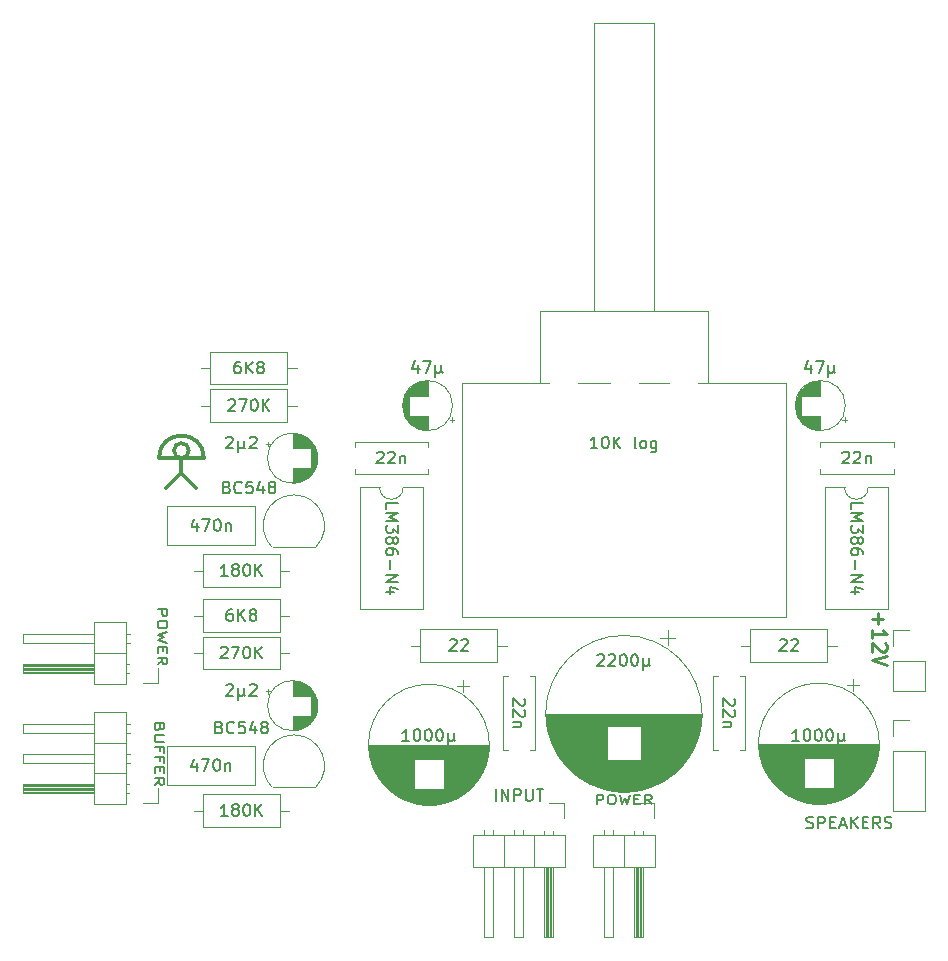
<source format=gto>
G04 #@! TF.GenerationSoftware,KiCad,Pcbnew,8.0.9*
G04 #@! TF.CreationDate,2025-03-02T13:58:42+01:00*
G04 #@! TF.ProjectId,cjss202,636a7373-3230-4322-9e6b-696361645f70,rev?*
G04 #@! TF.SameCoordinates,Original*
G04 #@! TF.FileFunction,Legend,Top*
G04 #@! TF.FilePolarity,Positive*
%FSLAX46Y46*%
G04 Gerber Fmt 4.6, Leading zero omitted, Abs format (unit mm)*
G04 Created by KiCad (PCBNEW 8.0.9) date 2025-03-02 13:58:42*
%MOMM*%
%LPD*%
G01*
G04 APERTURE LIST*
%ADD10C,0.300000*%
%ADD11C,0.150000*%
%ADD12C,0.240000*%
%ADD13C,0.120000*%
%ADD14C,1.600000*%
%ADD15R,1.700000X1.700000*%
%ADD16O,1.700000X1.700000*%
%ADD17R,1.200000X1.200000*%
%ADD18C,1.200000*%
%ADD19C,3.200000*%
%ADD20R,2.000000X2.000000*%
%ADD21C,2.000000*%
%ADD22O,1.600000X1.600000*%
%ADD23R,2.400000X2.400000*%
%ADD24C,2.400000*%
%ADD25C,2.340000*%
%ADD26R,1.050000X1.500000*%
%ADD27O,1.050000X1.500000*%
%ADD28R,1.600000X1.600000*%
%ADD29C,5.600000*%
G04 APERTURE END LIST*
D10*
X30480000Y-35560000D02*
G75*
G02*
X34290000Y-35560000I1905000J0D01*
G01*
X30480000Y-35560000D02*
X34290000Y-35560000D01*
X32385000Y-35560000D02*
X32385000Y-36830000D01*
X32385000Y-36830000D02*
X31115000Y-38100000D01*
X33020000Y-34925000D02*
G75*
G02*
X31750000Y-34925000I-635000J0D01*
G01*
X31750000Y-34925000D02*
G75*
G02*
X33020000Y-34925000I635000J0D01*
G01*
X32385000Y-36830000D02*
X33655000Y-38100000D01*
D11*
X33670714Y-61383152D02*
X33670714Y-62049819D01*
X33432619Y-61002200D02*
X33194524Y-61716485D01*
X33194524Y-61716485D02*
X33813571Y-61716485D01*
X34099286Y-61049819D02*
X34765952Y-61049819D01*
X34765952Y-61049819D02*
X34337381Y-62049819D01*
X35337381Y-61049819D02*
X35432619Y-61049819D01*
X35432619Y-61049819D02*
X35527857Y-61097438D01*
X35527857Y-61097438D02*
X35575476Y-61145057D01*
X35575476Y-61145057D02*
X35623095Y-61240295D01*
X35623095Y-61240295D02*
X35670714Y-61430771D01*
X35670714Y-61430771D02*
X35670714Y-61668866D01*
X35670714Y-61668866D02*
X35623095Y-61859342D01*
X35623095Y-61859342D02*
X35575476Y-61954580D01*
X35575476Y-61954580D02*
X35527857Y-62002200D01*
X35527857Y-62002200D02*
X35432619Y-62049819D01*
X35432619Y-62049819D02*
X35337381Y-62049819D01*
X35337381Y-62049819D02*
X35242143Y-62002200D01*
X35242143Y-62002200D02*
X35194524Y-61954580D01*
X35194524Y-61954580D02*
X35146905Y-61859342D01*
X35146905Y-61859342D02*
X35099286Y-61668866D01*
X35099286Y-61668866D02*
X35099286Y-61430771D01*
X35099286Y-61430771D02*
X35146905Y-61240295D01*
X35146905Y-61240295D02*
X35194524Y-61145057D01*
X35194524Y-61145057D02*
X35242143Y-61097438D01*
X35242143Y-61097438D02*
X35337381Y-61049819D01*
X36099286Y-61383152D02*
X36099286Y-62049819D01*
X36099286Y-61478390D02*
X36146905Y-61430771D01*
X36146905Y-61430771D02*
X36242143Y-61383152D01*
X36242143Y-61383152D02*
X36385000Y-61383152D01*
X36385000Y-61383152D02*
X36480238Y-61430771D01*
X36480238Y-61430771D02*
X36527857Y-61526009D01*
X36527857Y-61526009D02*
X36527857Y-62049819D01*
X79189942Y-55935714D02*
X79237561Y-55983333D01*
X79237561Y-55983333D02*
X79285180Y-56078571D01*
X79285180Y-56078571D02*
X79285180Y-56316666D01*
X79285180Y-56316666D02*
X79237561Y-56411904D01*
X79237561Y-56411904D02*
X79189942Y-56459523D01*
X79189942Y-56459523D02*
X79094704Y-56507142D01*
X79094704Y-56507142D02*
X78999466Y-56507142D01*
X78999466Y-56507142D02*
X78856609Y-56459523D01*
X78856609Y-56459523D02*
X78285180Y-55888095D01*
X78285180Y-55888095D02*
X78285180Y-56507142D01*
X79189942Y-56888095D02*
X79237561Y-56935714D01*
X79237561Y-56935714D02*
X79285180Y-57030952D01*
X79285180Y-57030952D02*
X79285180Y-57269047D01*
X79285180Y-57269047D02*
X79237561Y-57364285D01*
X79237561Y-57364285D02*
X79189942Y-57411904D01*
X79189942Y-57411904D02*
X79094704Y-57459523D01*
X79094704Y-57459523D02*
X78999466Y-57459523D01*
X78999466Y-57459523D02*
X78856609Y-57411904D01*
X78856609Y-57411904D02*
X78285180Y-56840476D01*
X78285180Y-56840476D02*
X78285180Y-57459523D01*
X78951847Y-57888095D02*
X78285180Y-57888095D01*
X78856609Y-57888095D02*
X78904228Y-57935714D01*
X78904228Y-57935714D02*
X78951847Y-58030952D01*
X78951847Y-58030952D02*
X78951847Y-58173809D01*
X78951847Y-58173809D02*
X78904228Y-58269047D01*
X78904228Y-58269047D02*
X78808990Y-58316666D01*
X78808990Y-58316666D02*
X78285180Y-58316666D01*
X30371704Y-48363476D02*
X31171704Y-48363476D01*
X31171704Y-48363476D02*
X31171704Y-48744428D01*
X31171704Y-48744428D02*
X31133609Y-48839666D01*
X31133609Y-48839666D02*
X31095514Y-48887285D01*
X31095514Y-48887285D02*
X31019323Y-48934904D01*
X31019323Y-48934904D02*
X30905038Y-48934904D01*
X30905038Y-48934904D02*
X30828847Y-48887285D01*
X30828847Y-48887285D02*
X30790752Y-48839666D01*
X30790752Y-48839666D02*
X30752657Y-48744428D01*
X30752657Y-48744428D02*
X30752657Y-48363476D01*
X31171704Y-49553952D02*
X31171704Y-49744428D01*
X31171704Y-49744428D02*
X31133609Y-49839666D01*
X31133609Y-49839666D02*
X31057419Y-49934904D01*
X31057419Y-49934904D02*
X30905038Y-49982523D01*
X30905038Y-49982523D02*
X30638371Y-49982523D01*
X30638371Y-49982523D02*
X30485990Y-49934904D01*
X30485990Y-49934904D02*
X30409800Y-49839666D01*
X30409800Y-49839666D02*
X30371704Y-49744428D01*
X30371704Y-49744428D02*
X30371704Y-49553952D01*
X30371704Y-49553952D02*
X30409800Y-49458714D01*
X30409800Y-49458714D02*
X30485990Y-49363476D01*
X30485990Y-49363476D02*
X30638371Y-49315857D01*
X30638371Y-49315857D02*
X30905038Y-49315857D01*
X30905038Y-49315857D02*
X31057419Y-49363476D01*
X31057419Y-49363476D02*
X31133609Y-49458714D01*
X31133609Y-49458714D02*
X31171704Y-49553952D01*
X31171704Y-50315857D02*
X30371704Y-50553952D01*
X30371704Y-50553952D02*
X30943133Y-50744428D01*
X30943133Y-50744428D02*
X30371704Y-50934904D01*
X30371704Y-50934904D02*
X31171704Y-51173000D01*
X30790752Y-51553952D02*
X30790752Y-51887285D01*
X30371704Y-52030142D02*
X30371704Y-51553952D01*
X30371704Y-51553952D02*
X31171704Y-51553952D01*
X31171704Y-51553952D02*
X31171704Y-52030142D01*
X30371704Y-53030142D02*
X30752657Y-52696809D01*
X30371704Y-52458714D02*
X31171704Y-52458714D01*
X31171704Y-52458714D02*
X31171704Y-52839666D01*
X31171704Y-52839666D02*
X31133609Y-52934904D01*
X31133609Y-52934904D02*
X31095514Y-52982523D01*
X31095514Y-52982523D02*
X31019323Y-53030142D01*
X31019323Y-53030142D02*
X30905038Y-53030142D01*
X30905038Y-53030142D02*
X30828847Y-52982523D01*
X30828847Y-52982523D02*
X30790752Y-52934904D01*
X30790752Y-52934904D02*
X30752657Y-52839666D01*
X30752657Y-52839666D02*
X30752657Y-52458714D01*
X85665476Y-27653152D02*
X85665476Y-28319819D01*
X85427381Y-27272200D02*
X85189286Y-27986485D01*
X85189286Y-27986485D02*
X85808333Y-27986485D01*
X86094048Y-27319819D02*
X86760714Y-27319819D01*
X86760714Y-27319819D02*
X86332143Y-28319819D01*
X87141667Y-27653152D02*
X87141667Y-28653152D01*
X87617857Y-28176961D02*
X87665476Y-28272200D01*
X87665476Y-28272200D02*
X87760714Y-28319819D01*
X87141667Y-28176961D02*
X87189286Y-28272200D01*
X87189286Y-28272200D02*
X87284524Y-28319819D01*
X87284524Y-28319819D02*
X87475000Y-28319819D01*
X87475000Y-28319819D02*
X87570238Y-28272200D01*
X87570238Y-28272200D02*
X87617857Y-28176961D01*
X87617857Y-28176961D02*
X87617857Y-27653152D01*
X33710714Y-41063152D02*
X33710714Y-41729819D01*
X33472619Y-40682200D02*
X33234524Y-41396485D01*
X33234524Y-41396485D02*
X33853571Y-41396485D01*
X34139286Y-40729819D02*
X34805952Y-40729819D01*
X34805952Y-40729819D02*
X34377381Y-41729819D01*
X35377381Y-40729819D02*
X35472619Y-40729819D01*
X35472619Y-40729819D02*
X35567857Y-40777438D01*
X35567857Y-40777438D02*
X35615476Y-40825057D01*
X35615476Y-40825057D02*
X35663095Y-40920295D01*
X35663095Y-40920295D02*
X35710714Y-41110771D01*
X35710714Y-41110771D02*
X35710714Y-41348866D01*
X35710714Y-41348866D02*
X35663095Y-41539342D01*
X35663095Y-41539342D02*
X35615476Y-41634580D01*
X35615476Y-41634580D02*
X35567857Y-41682200D01*
X35567857Y-41682200D02*
X35472619Y-41729819D01*
X35472619Y-41729819D02*
X35377381Y-41729819D01*
X35377381Y-41729819D02*
X35282143Y-41682200D01*
X35282143Y-41682200D02*
X35234524Y-41634580D01*
X35234524Y-41634580D02*
X35186905Y-41539342D01*
X35186905Y-41539342D02*
X35139286Y-41348866D01*
X35139286Y-41348866D02*
X35139286Y-41110771D01*
X35139286Y-41110771D02*
X35186905Y-40920295D01*
X35186905Y-40920295D02*
X35234524Y-40825057D01*
X35234524Y-40825057D02*
X35282143Y-40777438D01*
X35282143Y-40777438D02*
X35377381Y-40729819D01*
X36139286Y-41063152D02*
X36139286Y-41729819D01*
X36139286Y-41158390D02*
X36186905Y-41110771D01*
X36186905Y-41110771D02*
X36282143Y-41063152D01*
X36282143Y-41063152D02*
X36425000Y-41063152D01*
X36425000Y-41063152D02*
X36520238Y-41110771D01*
X36520238Y-41110771D02*
X36567857Y-41206009D01*
X36567857Y-41206009D02*
X36567857Y-41729819D01*
X36179286Y-33840057D02*
X36226905Y-33792438D01*
X36226905Y-33792438D02*
X36322143Y-33744819D01*
X36322143Y-33744819D02*
X36560238Y-33744819D01*
X36560238Y-33744819D02*
X36655476Y-33792438D01*
X36655476Y-33792438D02*
X36703095Y-33840057D01*
X36703095Y-33840057D02*
X36750714Y-33935295D01*
X36750714Y-33935295D02*
X36750714Y-34030533D01*
X36750714Y-34030533D02*
X36703095Y-34173390D01*
X36703095Y-34173390D02*
X36131667Y-34744819D01*
X36131667Y-34744819D02*
X36750714Y-34744819D01*
X37179286Y-34078152D02*
X37179286Y-35078152D01*
X37655476Y-34601961D02*
X37703095Y-34697200D01*
X37703095Y-34697200D02*
X37798333Y-34744819D01*
X37179286Y-34601961D02*
X37226905Y-34697200D01*
X37226905Y-34697200D02*
X37322143Y-34744819D01*
X37322143Y-34744819D02*
X37512619Y-34744819D01*
X37512619Y-34744819D02*
X37607857Y-34697200D01*
X37607857Y-34697200D02*
X37655476Y-34601961D01*
X37655476Y-34601961D02*
X37655476Y-34078152D01*
X38179286Y-33840057D02*
X38226905Y-33792438D01*
X38226905Y-33792438D02*
X38322143Y-33744819D01*
X38322143Y-33744819D02*
X38560238Y-33744819D01*
X38560238Y-33744819D02*
X38655476Y-33792438D01*
X38655476Y-33792438D02*
X38703095Y-33840057D01*
X38703095Y-33840057D02*
X38750714Y-33935295D01*
X38750714Y-33935295D02*
X38750714Y-34030533D01*
X38750714Y-34030533D02*
X38703095Y-34173390D01*
X38703095Y-34173390D02*
X38131667Y-34744819D01*
X38131667Y-34744819D02*
X38750714Y-34744819D01*
X30536752Y-58317095D02*
X30498657Y-58459952D01*
X30498657Y-58459952D02*
X30460561Y-58507571D01*
X30460561Y-58507571D02*
X30384371Y-58555190D01*
X30384371Y-58555190D02*
X30270085Y-58555190D01*
X30270085Y-58555190D02*
X30193895Y-58507571D01*
X30193895Y-58507571D02*
X30155800Y-58459952D01*
X30155800Y-58459952D02*
X30117704Y-58364714D01*
X30117704Y-58364714D02*
X30117704Y-57983762D01*
X30117704Y-57983762D02*
X30917704Y-57983762D01*
X30917704Y-57983762D02*
X30917704Y-58317095D01*
X30917704Y-58317095D02*
X30879609Y-58412333D01*
X30879609Y-58412333D02*
X30841514Y-58459952D01*
X30841514Y-58459952D02*
X30765323Y-58507571D01*
X30765323Y-58507571D02*
X30689133Y-58507571D01*
X30689133Y-58507571D02*
X30612942Y-58459952D01*
X30612942Y-58459952D02*
X30574847Y-58412333D01*
X30574847Y-58412333D02*
X30536752Y-58317095D01*
X30536752Y-58317095D02*
X30536752Y-57983762D01*
X30917704Y-58983762D02*
X30270085Y-58983762D01*
X30270085Y-58983762D02*
X30193895Y-59031381D01*
X30193895Y-59031381D02*
X30155800Y-59079000D01*
X30155800Y-59079000D02*
X30117704Y-59174238D01*
X30117704Y-59174238D02*
X30117704Y-59364714D01*
X30117704Y-59364714D02*
X30155800Y-59459952D01*
X30155800Y-59459952D02*
X30193895Y-59507571D01*
X30193895Y-59507571D02*
X30270085Y-59555190D01*
X30270085Y-59555190D02*
X30917704Y-59555190D01*
X30536752Y-60364714D02*
X30536752Y-60031381D01*
X30117704Y-60031381D02*
X30917704Y-60031381D01*
X30917704Y-60031381D02*
X30917704Y-60507571D01*
X30536752Y-61221857D02*
X30536752Y-60888524D01*
X30117704Y-60888524D02*
X30917704Y-60888524D01*
X30917704Y-60888524D02*
X30917704Y-61364714D01*
X30536752Y-61745667D02*
X30536752Y-62079000D01*
X30117704Y-62221857D02*
X30117704Y-61745667D01*
X30117704Y-61745667D02*
X30917704Y-61745667D01*
X30917704Y-61745667D02*
X30917704Y-62221857D01*
X30117704Y-63221857D02*
X30498657Y-62888524D01*
X30117704Y-62650429D02*
X30917704Y-62650429D01*
X30917704Y-62650429D02*
X30917704Y-63031381D01*
X30917704Y-63031381D02*
X30879609Y-63126619D01*
X30879609Y-63126619D02*
X30841514Y-63174238D01*
X30841514Y-63174238D02*
X30765323Y-63221857D01*
X30765323Y-63221857D02*
X30651038Y-63221857D01*
X30651038Y-63221857D02*
X30574847Y-63174238D01*
X30574847Y-63174238D02*
X30536752Y-63126619D01*
X30536752Y-63126619D02*
X30498657Y-63031381D01*
X30498657Y-63031381D02*
X30498657Y-62650429D01*
X67540476Y-64878295D02*
X67540476Y-64078295D01*
X67540476Y-64078295D02*
X67921428Y-64078295D01*
X67921428Y-64078295D02*
X68016666Y-64116390D01*
X68016666Y-64116390D02*
X68064285Y-64154485D01*
X68064285Y-64154485D02*
X68111904Y-64230676D01*
X68111904Y-64230676D02*
X68111904Y-64344961D01*
X68111904Y-64344961D02*
X68064285Y-64421152D01*
X68064285Y-64421152D02*
X68016666Y-64459247D01*
X68016666Y-64459247D02*
X67921428Y-64497342D01*
X67921428Y-64497342D02*
X67540476Y-64497342D01*
X68730952Y-64078295D02*
X68921428Y-64078295D01*
X68921428Y-64078295D02*
X69016666Y-64116390D01*
X69016666Y-64116390D02*
X69111904Y-64192580D01*
X69111904Y-64192580D02*
X69159523Y-64344961D01*
X69159523Y-64344961D02*
X69159523Y-64611628D01*
X69159523Y-64611628D02*
X69111904Y-64764009D01*
X69111904Y-64764009D02*
X69016666Y-64840200D01*
X69016666Y-64840200D02*
X68921428Y-64878295D01*
X68921428Y-64878295D02*
X68730952Y-64878295D01*
X68730952Y-64878295D02*
X68635714Y-64840200D01*
X68635714Y-64840200D02*
X68540476Y-64764009D01*
X68540476Y-64764009D02*
X68492857Y-64611628D01*
X68492857Y-64611628D02*
X68492857Y-64344961D01*
X68492857Y-64344961D02*
X68540476Y-64192580D01*
X68540476Y-64192580D02*
X68635714Y-64116390D01*
X68635714Y-64116390D02*
X68730952Y-64078295D01*
X69492857Y-64078295D02*
X69730952Y-64878295D01*
X69730952Y-64878295D02*
X69921428Y-64306866D01*
X69921428Y-64306866D02*
X70111904Y-64878295D01*
X70111904Y-64878295D02*
X70350000Y-64078295D01*
X70730952Y-64459247D02*
X71064285Y-64459247D01*
X71207142Y-64878295D02*
X70730952Y-64878295D01*
X70730952Y-64878295D02*
X70730952Y-64078295D01*
X70730952Y-64078295D02*
X71207142Y-64078295D01*
X72207142Y-64878295D02*
X71873809Y-64497342D01*
X71635714Y-64878295D02*
X71635714Y-64078295D01*
X71635714Y-64078295D02*
X72016666Y-64078295D01*
X72016666Y-64078295D02*
X72111904Y-64116390D01*
X72111904Y-64116390D02*
X72159523Y-64154485D01*
X72159523Y-64154485D02*
X72207142Y-64230676D01*
X72207142Y-64230676D02*
X72207142Y-64344961D01*
X72207142Y-64344961D02*
X72159523Y-64421152D01*
X72159523Y-64421152D02*
X72111904Y-64459247D01*
X72111904Y-64459247D02*
X72016666Y-64497342D01*
X72016666Y-64497342D02*
X71635714Y-64497342D01*
X85304762Y-66872200D02*
X85447619Y-66919819D01*
X85447619Y-66919819D02*
X85685714Y-66919819D01*
X85685714Y-66919819D02*
X85780952Y-66872200D01*
X85780952Y-66872200D02*
X85828571Y-66824580D01*
X85828571Y-66824580D02*
X85876190Y-66729342D01*
X85876190Y-66729342D02*
X85876190Y-66634104D01*
X85876190Y-66634104D02*
X85828571Y-66538866D01*
X85828571Y-66538866D02*
X85780952Y-66491247D01*
X85780952Y-66491247D02*
X85685714Y-66443628D01*
X85685714Y-66443628D02*
X85495238Y-66396009D01*
X85495238Y-66396009D02*
X85400000Y-66348390D01*
X85400000Y-66348390D02*
X85352381Y-66300771D01*
X85352381Y-66300771D02*
X85304762Y-66205533D01*
X85304762Y-66205533D02*
X85304762Y-66110295D01*
X85304762Y-66110295D02*
X85352381Y-66015057D01*
X85352381Y-66015057D02*
X85400000Y-65967438D01*
X85400000Y-65967438D02*
X85495238Y-65919819D01*
X85495238Y-65919819D02*
X85733333Y-65919819D01*
X85733333Y-65919819D02*
X85876190Y-65967438D01*
X86304762Y-66919819D02*
X86304762Y-65919819D01*
X86304762Y-65919819D02*
X86685714Y-65919819D01*
X86685714Y-65919819D02*
X86780952Y-65967438D01*
X86780952Y-65967438D02*
X86828571Y-66015057D01*
X86828571Y-66015057D02*
X86876190Y-66110295D01*
X86876190Y-66110295D02*
X86876190Y-66253152D01*
X86876190Y-66253152D02*
X86828571Y-66348390D01*
X86828571Y-66348390D02*
X86780952Y-66396009D01*
X86780952Y-66396009D02*
X86685714Y-66443628D01*
X86685714Y-66443628D02*
X86304762Y-66443628D01*
X87304762Y-66396009D02*
X87638095Y-66396009D01*
X87780952Y-66919819D02*
X87304762Y-66919819D01*
X87304762Y-66919819D02*
X87304762Y-65919819D01*
X87304762Y-65919819D02*
X87780952Y-65919819D01*
X88161905Y-66634104D02*
X88638095Y-66634104D01*
X88066667Y-66919819D02*
X88400000Y-65919819D01*
X88400000Y-65919819D02*
X88733333Y-66919819D01*
X89066667Y-66919819D02*
X89066667Y-65919819D01*
X89638095Y-66919819D02*
X89209524Y-66348390D01*
X89638095Y-65919819D02*
X89066667Y-66491247D01*
X90066667Y-66396009D02*
X90400000Y-66396009D01*
X90542857Y-66919819D02*
X90066667Y-66919819D01*
X90066667Y-66919819D02*
X90066667Y-65919819D01*
X90066667Y-65919819D02*
X90542857Y-65919819D01*
X91542857Y-66919819D02*
X91209524Y-66443628D01*
X90971429Y-66919819D02*
X90971429Y-65919819D01*
X90971429Y-65919819D02*
X91352381Y-65919819D01*
X91352381Y-65919819D02*
X91447619Y-65967438D01*
X91447619Y-65967438D02*
X91495238Y-66015057D01*
X91495238Y-66015057D02*
X91542857Y-66110295D01*
X91542857Y-66110295D02*
X91542857Y-66253152D01*
X91542857Y-66253152D02*
X91495238Y-66348390D01*
X91495238Y-66348390D02*
X91447619Y-66396009D01*
X91447619Y-66396009D02*
X91352381Y-66443628D01*
X91352381Y-66443628D02*
X90971429Y-66443628D01*
X91923810Y-66872200D02*
X92066667Y-66919819D01*
X92066667Y-66919819D02*
X92304762Y-66919819D01*
X92304762Y-66919819D02*
X92400000Y-66872200D01*
X92400000Y-66872200D02*
X92447619Y-66824580D01*
X92447619Y-66824580D02*
X92495238Y-66729342D01*
X92495238Y-66729342D02*
X92495238Y-66634104D01*
X92495238Y-66634104D02*
X92447619Y-66538866D01*
X92447619Y-66538866D02*
X92400000Y-66491247D01*
X92400000Y-66491247D02*
X92304762Y-66443628D01*
X92304762Y-66443628D02*
X92114286Y-66396009D01*
X92114286Y-66396009D02*
X92019048Y-66348390D01*
X92019048Y-66348390D02*
X91971429Y-66300771D01*
X91971429Y-66300771D02*
X91923810Y-66205533D01*
X91923810Y-66205533D02*
X91923810Y-66110295D01*
X91923810Y-66110295D02*
X91971429Y-66015057D01*
X91971429Y-66015057D02*
X92019048Y-65967438D01*
X92019048Y-65967438D02*
X92114286Y-65919819D01*
X92114286Y-65919819D02*
X92352381Y-65919819D01*
X92352381Y-65919819D02*
X92495238Y-65967438D01*
X51673333Y-59509819D02*
X51101905Y-59509819D01*
X51387619Y-59509819D02*
X51387619Y-58509819D01*
X51387619Y-58509819D02*
X51292381Y-58652676D01*
X51292381Y-58652676D02*
X51197143Y-58747914D01*
X51197143Y-58747914D02*
X51101905Y-58795533D01*
X52292381Y-58509819D02*
X52387619Y-58509819D01*
X52387619Y-58509819D02*
X52482857Y-58557438D01*
X52482857Y-58557438D02*
X52530476Y-58605057D01*
X52530476Y-58605057D02*
X52578095Y-58700295D01*
X52578095Y-58700295D02*
X52625714Y-58890771D01*
X52625714Y-58890771D02*
X52625714Y-59128866D01*
X52625714Y-59128866D02*
X52578095Y-59319342D01*
X52578095Y-59319342D02*
X52530476Y-59414580D01*
X52530476Y-59414580D02*
X52482857Y-59462200D01*
X52482857Y-59462200D02*
X52387619Y-59509819D01*
X52387619Y-59509819D02*
X52292381Y-59509819D01*
X52292381Y-59509819D02*
X52197143Y-59462200D01*
X52197143Y-59462200D02*
X52149524Y-59414580D01*
X52149524Y-59414580D02*
X52101905Y-59319342D01*
X52101905Y-59319342D02*
X52054286Y-59128866D01*
X52054286Y-59128866D02*
X52054286Y-58890771D01*
X52054286Y-58890771D02*
X52101905Y-58700295D01*
X52101905Y-58700295D02*
X52149524Y-58605057D01*
X52149524Y-58605057D02*
X52197143Y-58557438D01*
X52197143Y-58557438D02*
X52292381Y-58509819D01*
X53244762Y-58509819D02*
X53340000Y-58509819D01*
X53340000Y-58509819D02*
X53435238Y-58557438D01*
X53435238Y-58557438D02*
X53482857Y-58605057D01*
X53482857Y-58605057D02*
X53530476Y-58700295D01*
X53530476Y-58700295D02*
X53578095Y-58890771D01*
X53578095Y-58890771D02*
X53578095Y-59128866D01*
X53578095Y-59128866D02*
X53530476Y-59319342D01*
X53530476Y-59319342D02*
X53482857Y-59414580D01*
X53482857Y-59414580D02*
X53435238Y-59462200D01*
X53435238Y-59462200D02*
X53340000Y-59509819D01*
X53340000Y-59509819D02*
X53244762Y-59509819D01*
X53244762Y-59509819D02*
X53149524Y-59462200D01*
X53149524Y-59462200D02*
X53101905Y-59414580D01*
X53101905Y-59414580D02*
X53054286Y-59319342D01*
X53054286Y-59319342D02*
X53006667Y-59128866D01*
X53006667Y-59128866D02*
X53006667Y-58890771D01*
X53006667Y-58890771D02*
X53054286Y-58700295D01*
X53054286Y-58700295D02*
X53101905Y-58605057D01*
X53101905Y-58605057D02*
X53149524Y-58557438D01*
X53149524Y-58557438D02*
X53244762Y-58509819D01*
X54197143Y-58509819D02*
X54292381Y-58509819D01*
X54292381Y-58509819D02*
X54387619Y-58557438D01*
X54387619Y-58557438D02*
X54435238Y-58605057D01*
X54435238Y-58605057D02*
X54482857Y-58700295D01*
X54482857Y-58700295D02*
X54530476Y-58890771D01*
X54530476Y-58890771D02*
X54530476Y-59128866D01*
X54530476Y-59128866D02*
X54482857Y-59319342D01*
X54482857Y-59319342D02*
X54435238Y-59414580D01*
X54435238Y-59414580D02*
X54387619Y-59462200D01*
X54387619Y-59462200D02*
X54292381Y-59509819D01*
X54292381Y-59509819D02*
X54197143Y-59509819D01*
X54197143Y-59509819D02*
X54101905Y-59462200D01*
X54101905Y-59462200D02*
X54054286Y-59414580D01*
X54054286Y-59414580D02*
X54006667Y-59319342D01*
X54006667Y-59319342D02*
X53959048Y-59128866D01*
X53959048Y-59128866D02*
X53959048Y-58890771D01*
X53959048Y-58890771D02*
X54006667Y-58700295D01*
X54006667Y-58700295D02*
X54054286Y-58605057D01*
X54054286Y-58605057D02*
X54101905Y-58557438D01*
X54101905Y-58557438D02*
X54197143Y-58509819D01*
X54959048Y-58843152D02*
X54959048Y-59843152D01*
X55435238Y-59366961D02*
X55482857Y-59462200D01*
X55482857Y-59462200D02*
X55578095Y-59509819D01*
X54959048Y-59366961D02*
X55006667Y-59462200D01*
X55006667Y-59462200D02*
X55101905Y-59509819D01*
X55101905Y-59509819D02*
X55292381Y-59509819D01*
X55292381Y-59509819D02*
X55387619Y-59462200D01*
X55387619Y-59462200D02*
X55435238Y-59366961D01*
X55435238Y-59366961D02*
X55435238Y-58843152D01*
X83058095Y-50985057D02*
X83105714Y-50937438D01*
X83105714Y-50937438D02*
X83200952Y-50889819D01*
X83200952Y-50889819D02*
X83439047Y-50889819D01*
X83439047Y-50889819D02*
X83534285Y-50937438D01*
X83534285Y-50937438D02*
X83581904Y-50985057D01*
X83581904Y-50985057D02*
X83629523Y-51080295D01*
X83629523Y-51080295D02*
X83629523Y-51175533D01*
X83629523Y-51175533D02*
X83581904Y-51318390D01*
X83581904Y-51318390D02*
X83010476Y-51889819D01*
X83010476Y-51889819D02*
X83629523Y-51889819D01*
X84010476Y-50985057D02*
X84058095Y-50937438D01*
X84058095Y-50937438D02*
X84153333Y-50889819D01*
X84153333Y-50889819D02*
X84391428Y-50889819D01*
X84391428Y-50889819D02*
X84486666Y-50937438D01*
X84486666Y-50937438D02*
X84534285Y-50985057D01*
X84534285Y-50985057D02*
X84581904Y-51080295D01*
X84581904Y-51080295D02*
X84581904Y-51175533D01*
X84581904Y-51175533D02*
X84534285Y-51318390D01*
X84534285Y-51318390D02*
X83962857Y-51889819D01*
X83962857Y-51889819D02*
X84581904Y-51889819D01*
X35726905Y-51620057D02*
X35774524Y-51572438D01*
X35774524Y-51572438D02*
X35869762Y-51524819D01*
X35869762Y-51524819D02*
X36107857Y-51524819D01*
X36107857Y-51524819D02*
X36203095Y-51572438D01*
X36203095Y-51572438D02*
X36250714Y-51620057D01*
X36250714Y-51620057D02*
X36298333Y-51715295D01*
X36298333Y-51715295D02*
X36298333Y-51810533D01*
X36298333Y-51810533D02*
X36250714Y-51953390D01*
X36250714Y-51953390D02*
X35679286Y-52524819D01*
X35679286Y-52524819D02*
X36298333Y-52524819D01*
X36631667Y-51524819D02*
X37298333Y-51524819D01*
X37298333Y-51524819D02*
X36869762Y-52524819D01*
X37869762Y-51524819D02*
X37965000Y-51524819D01*
X37965000Y-51524819D02*
X38060238Y-51572438D01*
X38060238Y-51572438D02*
X38107857Y-51620057D01*
X38107857Y-51620057D02*
X38155476Y-51715295D01*
X38155476Y-51715295D02*
X38203095Y-51905771D01*
X38203095Y-51905771D02*
X38203095Y-52143866D01*
X38203095Y-52143866D02*
X38155476Y-52334342D01*
X38155476Y-52334342D02*
X38107857Y-52429580D01*
X38107857Y-52429580D02*
X38060238Y-52477200D01*
X38060238Y-52477200D02*
X37965000Y-52524819D01*
X37965000Y-52524819D02*
X37869762Y-52524819D01*
X37869762Y-52524819D02*
X37774524Y-52477200D01*
X37774524Y-52477200D02*
X37726905Y-52429580D01*
X37726905Y-52429580D02*
X37679286Y-52334342D01*
X37679286Y-52334342D02*
X37631667Y-52143866D01*
X37631667Y-52143866D02*
X37631667Y-51905771D01*
X37631667Y-51905771D02*
X37679286Y-51715295D01*
X37679286Y-51715295D02*
X37726905Y-51620057D01*
X37726905Y-51620057D02*
X37774524Y-51572438D01*
X37774524Y-51572438D02*
X37869762Y-51524819D01*
X38631667Y-52524819D02*
X38631667Y-51524819D01*
X39203095Y-52524819D02*
X38774524Y-51953390D01*
X39203095Y-51524819D02*
X38631667Y-52096247D01*
X84693333Y-59509819D02*
X84121905Y-59509819D01*
X84407619Y-59509819D02*
X84407619Y-58509819D01*
X84407619Y-58509819D02*
X84312381Y-58652676D01*
X84312381Y-58652676D02*
X84217143Y-58747914D01*
X84217143Y-58747914D02*
X84121905Y-58795533D01*
X85312381Y-58509819D02*
X85407619Y-58509819D01*
X85407619Y-58509819D02*
X85502857Y-58557438D01*
X85502857Y-58557438D02*
X85550476Y-58605057D01*
X85550476Y-58605057D02*
X85598095Y-58700295D01*
X85598095Y-58700295D02*
X85645714Y-58890771D01*
X85645714Y-58890771D02*
X85645714Y-59128866D01*
X85645714Y-59128866D02*
X85598095Y-59319342D01*
X85598095Y-59319342D02*
X85550476Y-59414580D01*
X85550476Y-59414580D02*
X85502857Y-59462200D01*
X85502857Y-59462200D02*
X85407619Y-59509819D01*
X85407619Y-59509819D02*
X85312381Y-59509819D01*
X85312381Y-59509819D02*
X85217143Y-59462200D01*
X85217143Y-59462200D02*
X85169524Y-59414580D01*
X85169524Y-59414580D02*
X85121905Y-59319342D01*
X85121905Y-59319342D02*
X85074286Y-59128866D01*
X85074286Y-59128866D02*
X85074286Y-58890771D01*
X85074286Y-58890771D02*
X85121905Y-58700295D01*
X85121905Y-58700295D02*
X85169524Y-58605057D01*
X85169524Y-58605057D02*
X85217143Y-58557438D01*
X85217143Y-58557438D02*
X85312381Y-58509819D01*
X86264762Y-58509819D02*
X86360000Y-58509819D01*
X86360000Y-58509819D02*
X86455238Y-58557438D01*
X86455238Y-58557438D02*
X86502857Y-58605057D01*
X86502857Y-58605057D02*
X86550476Y-58700295D01*
X86550476Y-58700295D02*
X86598095Y-58890771D01*
X86598095Y-58890771D02*
X86598095Y-59128866D01*
X86598095Y-59128866D02*
X86550476Y-59319342D01*
X86550476Y-59319342D02*
X86502857Y-59414580D01*
X86502857Y-59414580D02*
X86455238Y-59462200D01*
X86455238Y-59462200D02*
X86360000Y-59509819D01*
X86360000Y-59509819D02*
X86264762Y-59509819D01*
X86264762Y-59509819D02*
X86169524Y-59462200D01*
X86169524Y-59462200D02*
X86121905Y-59414580D01*
X86121905Y-59414580D02*
X86074286Y-59319342D01*
X86074286Y-59319342D02*
X86026667Y-59128866D01*
X86026667Y-59128866D02*
X86026667Y-58890771D01*
X86026667Y-58890771D02*
X86074286Y-58700295D01*
X86074286Y-58700295D02*
X86121905Y-58605057D01*
X86121905Y-58605057D02*
X86169524Y-58557438D01*
X86169524Y-58557438D02*
X86264762Y-58509819D01*
X87217143Y-58509819D02*
X87312381Y-58509819D01*
X87312381Y-58509819D02*
X87407619Y-58557438D01*
X87407619Y-58557438D02*
X87455238Y-58605057D01*
X87455238Y-58605057D02*
X87502857Y-58700295D01*
X87502857Y-58700295D02*
X87550476Y-58890771D01*
X87550476Y-58890771D02*
X87550476Y-59128866D01*
X87550476Y-59128866D02*
X87502857Y-59319342D01*
X87502857Y-59319342D02*
X87455238Y-59414580D01*
X87455238Y-59414580D02*
X87407619Y-59462200D01*
X87407619Y-59462200D02*
X87312381Y-59509819D01*
X87312381Y-59509819D02*
X87217143Y-59509819D01*
X87217143Y-59509819D02*
X87121905Y-59462200D01*
X87121905Y-59462200D02*
X87074286Y-59414580D01*
X87074286Y-59414580D02*
X87026667Y-59319342D01*
X87026667Y-59319342D02*
X86979048Y-59128866D01*
X86979048Y-59128866D02*
X86979048Y-58890771D01*
X86979048Y-58890771D02*
X87026667Y-58700295D01*
X87026667Y-58700295D02*
X87074286Y-58605057D01*
X87074286Y-58605057D02*
X87121905Y-58557438D01*
X87121905Y-58557438D02*
X87217143Y-58509819D01*
X87979048Y-58843152D02*
X87979048Y-59843152D01*
X88455238Y-59366961D02*
X88502857Y-59462200D01*
X88502857Y-59462200D02*
X88598095Y-59509819D01*
X87979048Y-59366961D02*
X88026667Y-59462200D01*
X88026667Y-59462200D02*
X88121905Y-59509819D01*
X88121905Y-59509819D02*
X88312381Y-59509819D01*
X88312381Y-59509819D02*
X88407619Y-59462200D01*
X88407619Y-59462200D02*
X88455238Y-59366961D01*
X88455238Y-59366961D02*
X88455238Y-58843152D01*
X37314285Y-27394819D02*
X37123809Y-27394819D01*
X37123809Y-27394819D02*
X37028571Y-27442438D01*
X37028571Y-27442438D02*
X36980952Y-27490057D01*
X36980952Y-27490057D02*
X36885714Y-27632914D01*
X36885714Y-27632914D02*
X36838095Y-27823390D01*
X36838095Y-27823390D02*
X36838095Y-28204342D01*
X36838095Y-28204342D02*
X36885714Y-28299580D01*
X36885714Y-28299580D02*
X36933333Y-28347200D01*
X36933333Y-28347200D02*
X37028571Y-28394819D01*
X37028571Y-28394819D02*
X37219047Y-28394819D01*
X37219047Y-28394819D02*
X37314285Y-28347200D01*
X37314285Y-28347200D02*
X37361904Y-28299580D01*
X37361904Y-28299580D02*
X37409523Y-28204342D01*
X37409523Y-28204342D02*
X37409523Y-27966247D01*
X37409523Y-27966247D02*
X37361904Y-27871009D01*
X37361904Y-27871009D02*
X37314285Y-27823390D01*
X37314285Y-27823390D02*
X37219047Y-27775771D01*
X37219047Y-27775771D02*
X37028571Y-27775771D01*
X37028571Y-27775771D02*
X36933333Y-27823390D01*
X36933333Y-27823390D02*
X36885714Y-27871009D01*
X36885714Y-27871009D02*
X36838095Y-27966247D01*
X37838095Y-28394819D02*
X37838095Y-27394819D01*
X38409523Y-28394819D02*
X37980952Y-27823390D01*
X38409523Y-27394819D02*
X37838095Y-27966247D01*
X38980952Y-27823390D02*
X38885714Y-27775771D01*
X38885714Y-27775771D02*
X38838095Y-27728152D01*
X38838095Y-27728152D02*
X38790476Y-27632914D01*
X38790476Y-27632914D02*
X38790476Y-27585295D01*
X38790476Y-27585295D02*
X38838095Y-27490057D01*
X38838095Y-27490057D02*
X38885714Y-27442438D01*
X38885714Y-27442438D02*
X38980952Y-27394819D01*
X38980952Y-27394819D02*
X39171428Y-27394819D01*
X39171428Y-27394819D02*
X39266666Y-27442438D01*
X39266666Y-27442438D02*
X39314285Y-27490057D01*
X39314285Y-27490057D02*
X39361904Y-27585295D01*
X39361904Y-27585295D02*
X39361904Y-27632914D01*
X39361904Y-27632914D02*
X39314285Y-27728152D01*
X39314285Y-27728152D02*
X39266666Y-27775771D01*
X39266666Y-27775771D02*
X39171428Y-27823390D01*
X39171428Y-27823390D02*
X38980952Y-27823390D01*
X38980952Y-27823390D02*
X38885714Y-27871009D01*
X38885714Y-27871009D02*
X38838095Y-27918628D01*
X38838095Y-27918628D02*
X38790476Y-28013866D01*
X38790476Y-28013866D02*
X38790476Y-28204342D01*
X38790476Y-28204342D02*
X38838095Y-28299580D01*
X38838095Y-28299580D02*
X38885714Y-28347200D01*
X38885714Y-28347200D02*
X38980952Y-28394819D01*
X38980952Y-28394819D02*
X39171428Y-28394819D01*
X39171428Y-28394819D02*
X39266666Y-28347200D01*
X39266666Y-28347200D02*
X39314285Y-28299580D01*
X39314285Y-28299580D02*
X39361904Y-28204342D01*
X39361904Y-28204342D02*
X39361904Y-28013866D01*
X39361904Y-28013866D02*
X39314285Y-27918628D01*
X39314285Y-27918628D02*
X39266666Y-27871009D01*
X39266666Y-27871009D02*
X39171428Y-27823390D01*
X67611905Y-52255057D02*
X67659524Y-52207438D01*
X67659524Y-52207438D02*
X67754762Y-52159819D01*
X67754762Y-52159819D02*
X67992857Y-52159819D01*
X67992857Y-52159819D02*
X68088095Y-52207438D01*
X68088095Y-52207438D02*
X68135714Y-52255057D01*
X68135714Y-52255057D02*
X68183333Y-52350295D01*
X68183333Y-52350295D02*
X68183333Y-52445533D01*
X68183333Y-52445533D02*
X68135714Y-52588390D01*
X68135714Y-52588390D02*
X67564286Y-53159819D01*
X67564286Y-53159819D02*
X68183333Y-53159819D01*
X68564286Y-52255057D02*
X68611905Y-52207438D01*
X68611905Y-52207438D02*
X68707143Y-52159819D01*
X68707143Y-52159819D02*
X68945238Y-52159819D01*
X68945238Y-52159819D02*
X69040476Y-52207438D01*
X69040476Y-52207438D02*
X69088095Y-52255057D01*
X69088095Y-52255057D02*
X69135714Y-52350295D01*
X69135714Y-52350295D02*
X69135714Y-52445533D01*
X69135714Y-52445533D02*
X69088095Y-52588390D01*
X69088095Y-52588390D02*
X68516667Y-53159819D01*
X68516667Y-53159819D02*
X69135714Y-53159819D01*
X69754762Y-52159819D02*
X69850000Y-52159819D01*
X69850000Y-52159819D02*
X69945238Y-52207438D01*
X69945238Y-52207438D02*
X69992857Y-52255057D01*
X69992857Y-52255057D02*
X70040476Y-52350295D01*
X70040476Y-52350295D02*
X70088095Y-52540771D01*
X70088095Y-52540771D02*
X70088095Y-52778866D01*
X70088095Y-52778866D02*
X70040476Y-52969342D01*
X70040476Y-52969342D02*
X69992857Y-53064580D01*
X69992857Y-53064580D02*
X69945238Y-53112200D01*
X69945238Y-53112200D02*
X69850000Y-53159819D01*
X69850000Y-53159819D02*
X69754762Y-53159819D01*
X69754762Y-53159819D02*
X69659524Y-53112200D01*
X69659524Y-53112200D02*
X69611905Y-53064580D01*
X69611905Y-53064580D02*
X69564286Y-52969342D01*
X69564286Y-52969342D02*
X69516667Y-52778866D01*
X69516667Y-52778866D02*
X69516667Y-52540771D01*
X69516667Y-52540771D02*
X69564286Y-52350295D01*
X69564286Y-52350295D02*
X69611905Y-52255057D01*
X69611905Y-52255057D02*
X69659524Y-52207438D01*
X69659524Y-52207438D02*
X69754762Y-52159819D01*
X70707143Y-52159819D02*
X70802381Y-52159819D01*
X70802381Y-52159819D02*
X70897619Y-52207438D01*
X70897619Y-52207438D02*
X70945238Y-52255057D01*
X70945238Y-52255057D02*
X70992857Y-52350295D01*
X70992857Y-52350295D02*
X71040476Y-52540771D01*
X71040476Y-52540771D02*
X71040476Y-52778866D01*
X71040476Y-52778866D02*
X70992857Y-52969342D01*
X70992857Y-52969342D02*
X70945238Y-53064580D01*
X70945238Y-53064580D02*
X70897619Y-53112200D01*
X70897619Y-53112200D02*
X70802381Y-53159819D01*
X70802381Y-53159819D02*
X70707143Y-53159819D01*
X70707143Y-53159819D02*
X70611905Y-53112200D01*
X70611905Y-53112200D02*
X70564286Y-53064580D01*
X70564286Y-53064580D02*
X70516667Y-52969342D01*
X70516667Y-52969342D02*
X70469048Y-52778866D01*
X70469048Y-52778866D02*
X70469048Y-52540771D01*
X70469048Y-52540771D02*
X70516667Y-52350295D01*
X70516667Y-52350295D02*
X70564286Y-52255057D01*
X70564286Y-52255057D02*
X70611905Y-52207438D01*
X70611905Y-52207438D02*
X70707143Y-52159819D01*
X71469048Y-52493152D02*
X71469048Y-53493152D01*
X71945238Y-53016961D02*
X71992857Y-53112200D01*
X71992857Y-53112200D02*
X72088095Y-53159819D01*
X71469048Y-53016961D02*
X71516667Y-53112200D01*
X71516667Y-53112200D02*
X71611905Y-53159819D01*
X71611905Y-53159819D02*
X71802381Y-53159819D01*
X71802381Y-53159819D02*
X71897619Y-53112200D01*
X71897619Y-53112200D02*
X71945238Y-53016961D01*
X71945238Y-53016961D02*
X71945238Y-52493152D01*
X67611904Y-34744819D02*
X67040476Y-34744819D01*
X67326190Y-34744819D02*
X67326190Y-33744819D01*
X67326190Y-33744819D02*
X67230952Y-33887676D01*
X67230952Y-33887676D02*
X67135714Y-33982914D01*
X67135714Y-33982914D02*
X67040476Y-34030533D01*
X68230952Y-33744819D02*
X68326190Y-33744819D01*
X68326190Y-33744819D02*
X68421428Y-33792438D01*
X68421428Y-33792438D02*
X68469047Y-33840057D01*
X68469047Y-33840057D02*
X68516666Y-33935295D01*
X68516666Y-33935295D02*
X68564285Y-34125771D01*
X68564285Y-34125771D02*
X68564285Y-34363866D01*
X68564285Y-34363866D02*
X68516666Y-34554342D01*
X68516666Y-34554342D02*
X68469047Y-34649580D01*
X68469047Y-34649580D02*
X68421428Y-34697200D01*
X68421428Y-34697200D02*
X68326190Y-34744819D01*
X68326190Y-34744819D02*
X68230952Y-34744819D01*
X68230952Y-34744819D02*
X68135714Y-34697200D01*
X68135714Y-34697200D02*
X68088095Y-34649580D01*
X68088095Y-34649580D02*
X68040476Y-34554342D01*
X68040476Y-34554342D02*
X67992857Y-34363866D01*
X67992857Y-34363866D02*
X67992857Y-34125771D01*
X67992857Y-34125771D02*
X68040476Y-33935295D01*
X68040476Y-33935295D02*
X68088095Y-33840057D01*
X68088095Y-33840057D02*
X68135714Y-33792438D01*
X68135714Y-33792438D02*
X68230952Y-33744819D01*
X68992857Y-34744819D02*
X68992857Y-33744819D01*
X69564285Y-34744819D02*
X69135714Y-34173390D01*
X69564285Y-33744819D02*
X68992857Y-34316247D01*
X70897619Y-34744819D02*
X70802381Y-34697200D01*
X70802381Y-34697200D02*
X70754762Y-34601961D01*
X70754762Y-34601961D02*
X70754762Y-33744819D01*
X71421429Y-34744819D02*
X71326191Y-34697200D01*
X71326191Y-34697200D02*
X71278572Y-34649580D01*
X71278572Y-34649580D02*
X71230953Y-34554342D01*
X71230953Y-34554342D02*
X71230953Y-34268628D01*
X71230953Y-34268628D02*
X71278572Y-34173390D01*
X71278572Y-34173390D02*
X71326191Y-34125771D01*
X71326191Y-34125771D02*
X71421429Y-34078152D01*
X71421429Y-34078152D02*
X71564286Y-34078152D01*
X71564286Y-34078152D02*
X71659524Y-34125771D01*
X71659524Y-34125771D02*
X71707143Y-34173390D01*
X71707143Y-34173390D02*
X71754762Y-34268628D01*
X71754762Y-34268628D02*
X71754762Y-34554342D01*
X71754762Y-34554342D02*
X71707143Y-34649580D01*
X71707143Y-34649580D02*
X71659524Y-34697200D01*
X71659524Y-34697200D02*
X71564286Y-34744819D01*
X71564286Y-34744819D02*
X71421429Y-34744819D01*
X72611905Y-34078152D02*
X72611905Y-34887676D01*
X72611905Y-34887676D02*
X72564286Y-34982914D01*
X72564286Y-34982914D02*
X72516667Y-35030533D01*
X72516667Y-35030533D02*
X72421429Y-35078152D01*
X72421429Y-35078152D02*
X72278572Y-35078152D01*
X72278572Y-35078152D02*
X72183334Y-35030533D01*
X72611905Y-34697200D02*
X72516667Y-34744819D01*
X72516667Y-34744819D02*
X72326191Y-34744819D01*
X72326191Y-34744819D02*
X72230953Y-34697200D01*
X72230953Y-34697200D02*
X72183334Y-34649580D01*
X72183334Y-34649580D02*
X72135715Y-34554342D01*
X72135715Y-34554342D02*
X72135715Y-34268628D01*
X72135715Y-34268628D02*
X72183334Y-34173390D01*
X72183334Y-34173390D02*
X72230953Y-34125771D01*
X72230953Y-34125771D02*
X72326191Y-34078152D01*
X72326191Y-34078152D02*
X72516667Y-34078152D01*
X72516667Y-34078152D02*
X72611905Y-34125771D01*
X36179286Y-54795057D02*
X36226905Y-54747438D01*
X36226905Y-54747438D02*
X36322143Y-54699819D01*
X36322143Y-54699819D02*
X36560238Y-54699819D01*
X36560238Y-54699819D02*
X36655476Y-54747438D01*
X36655476Y-54747438D02*
X36703095Y-54795057D01*
X36703095Y-54795057D02*
X36750714Y-54890295D01*
X36750714Y-54890295D02*
X36750714Y-54985533D01*
X36750714Y-54985533D02*
X36703095Y-55128390D01*
X36703095Y-55128390D02*
X36131667Y-55699819D01*
X36131667Y-55699819D02*
X36750714Y-55699819D01*
X37179286Y-55033152D02*
X37179286Y-56033152D01*
X37655476Y-55556961D02*
X37703095Y-55652200D01*
X37703095Y-55652200D02*
X37798333Y-55699819D01*
X37179286Y-55556961D02*
X37226905Y-55652200D01*
X37226905Y-55652200D02*
X37322143Y-55699819D01*
X37322143Y-55699819D02*
X37512619Y-55699819D01*
X37512619Y-55699819D02*
X37607857Y-55652200D01*
X37607857Y-55652200D02*
X37655476Y-55556961D01*
X37655476Y-55556961D02*
X37655476Y-55033152D01*
X38179286Y-54795057D02*
X38226905Y-54747438D01*
X38226905Y-54747438D02*
X38322143Y-54699819D01*
X38322143Y-54699819D02*
X38560238Y-54699819D01*
X38560238Y-54699819D02*
X38655476Y-54747438D01*
X38655476Y-54747438D02*
X38703095Y-54795057D01*
X38703095Y-54795057D02*
X38750714Y-54890295D01*
X38750714Y-54890295D02*
X38750714Y-54985533D01*
X38750714Y-54985533D02*
X38703095Y-55128390D01*
X38703095Y-55128390D02*
X38131667Y-55699819D01*
X38131667Y-55699819D02*
X38750714Y-55699819D01*
X52415476Y-27653152D02*
X52415476Y-28319819D01*
X52177381Y-27272200D02*
X51939286Y-27986485D01*
X51939286Y-27986485D02*
X52558333Y-27986485D01*
X52844048Y-27319819D02*
X53510714Y-27319819D01*
X53510714Y-27319819D02*
X53082143Y-28319819D01*
X53891667Y-27653152D02*
X53891667Y-28653152D01*
X54367857Y-28176961D02*
X54415476Y-28272200D01*
X54415476Y-28272200D02*
X54510714Y-28319819D01*
X53891667Y-28176961D02*
X53939286Y-28272200D01*
X53939286Y-28272200D02*
X54034524Y-28319819D01*
X54034524Y-28319819D02*
X54225000Y-28319819D01*
X54225000Y-28319819D02*
X54320238Y-28272200D01*
X54320238Y-28272200D02*
X54367857Y-28176961D01*
X54367857Y-28176961D02*
X54367857Y-27653152D01*
X36298333Y-65859819D02*
X35726905Y-65859819D01*
X36012619Y-65859819D02*
X36012619Y-64859819D01*
X36012619Y-64859819D02*
X35917381Y-65002676D01*
X35917381Y-65002676D02*
X35822143Y-65097914D01*
X35822143Y-65097914D02*
X35726905Y-65145533D01*
X36869762Y-65288390D02*
X36774524Y-65240771D01*
X36774524Y-65240771D02*
X36726905Y-65193152D01*
X36726905Y-65193152D02*
X36679286Y-65097914D01*
X36679286Y-65097914D02*
X36679286Y-65050295D01*
X36679286Y-65050295D02*
X36726905Y-64955057D01*
X36726905Y-64955057D02*
X36774524Y-64907438D01*
X36774524Y-64907438D02*
X36869762Y-64859819D01*
X36869762Y-64859819D02*
X37060238Y-64859819D01*
X37060238Y-64859819D02*
X37155476Y-64907438D01*
X37155476Y-64907438D02*
X37203095Y-64955057D01*
X37203095Y-64955057D02*
X37250714Y-65050295D01*
X37250714Y-65050295D02*
X37250714Y-65097914D01*
X37250714Y-65097914D02*
X37203095Y-65193152D01*
X37203095Y-65193152D02*
X37155476Y-65240771D01*
X37155476Y-65240771D02*
X37060238Y-65288390D01*
X37060238Y-65288390D02*
X36869762Y-65288390D01*
X36869762Y-65288390D02*
X36774524Y-65336009D01*
X36774524Y-65336009D02*
X36726905Y-65383628D01*
X36726905Y-65383628D02*
X36679286Y-65478866D01*
X36679286Y-65478866D02*
X36679286Y-65669342D01*
X36679286Y-65669342D02*
X36726905Y-65764580D01*
X36726905Y-65764580D02*
X36774524Y-65812200D01*
X36774524Y-65812200D02*
X36869762Y-65859819D01*
X36869762Y-65859819D02*
X37060238Y-65859819D01*
X37060238Y-65859819D02*
X37155476Y-65812200D01*
X37155476Y-65812200D02*
X37203095Y-65764580D01*
X37203095Y-65764580D02*
X37250714Y-65669342D01*
X37250714Y-65669342D02*
X37250714Y-65478866D01*
X37250714Y-65478866D02*
X37203095Y-65383628D01*
X37203095Y-65383628D02*
X37155476Y-65336009D01*
X37155476Y-65336009D02*
X37060238Y-65288390D01*
X37869762Y-64859819D02*
X37965000Y-64859819D01*
X37965000Y-64859819D02*
X38060238Y-64907438D01*
X38060238Y-64907438D02*
X38107857Y-64955057D01*
X38107857Y-64955057D02*
X38155476Y-65050295D01*
X38155476Y-65050295D02*
X38203095Y-65240771D01*
X38203095Y-65240771D02*
X38203095Y-65478866D01*
X38203095Y-65478866D02*
X38155476Y-65669342D01*
X38155476Y-65669342D02*
X38107857Y-65764580D01*
X38107857Y-65764580D02*
X38060238Y-65812200D01*
X38060238Y-65812200D02*
X37965000Y-65859819D01*
X37965000Y-65859819D02*
X37869762Y-65859819D01*
X37869762Y-65859819D02*
X37774524Y-65812200D01*
X37774524Y-65812200D02*
X37726905Y-65764580D01*
X37726905Y-65764580D02*
X37679286Y-65669342D01*
X37679286Y-65669342D02*
X37631667Y-65478866D01*
X37631667Y-65478866D02*
X37631667Y-65240771D01*
X37631667Y-65240771D02*
X37679286Y-65050295D01*
X37679286Y-65050295D02*
X37726905Y-64955057D01*
X37726905Y-64955057D02*
X37774524Y-64907438D01*
X37774524Y-64907438D02*
X37869762Y-64859819D01*
X38631667Y-65859819D02*
X38631667Y-64859819D01*
X39203095Y-65859819D02*
X38774524Y-65288390D01*
X39203095Y-64859819D02*
X38631667Y-65431247D01*
X36242857Y-38031009D02*
X36385714Y-38078628D01*
X36385714Y-38078628D02*
X36433333Y-38126247D01*
X36433333Y-38126247D02*
X36480952Y-38221485D01*
X36480952Y-38221485D02*
X36480952Y-38364342D01*
X36480952Y-38364342D02*
X36433333Y-38459580D01*
X36433333Y-38459580D02*
X36385714Y-38507200D01*
X36385714Y-38507200D02*
X36290476Y-38554819D01*
X36290476Y-38554819D02*
X35909524Y-38554819D01*
X35909524Y-38554819D02*
X35909524Y-37554819D01*
X35909524Y-37554819D02*
X36242857Y-37554819D01*
X36242857Y-37554819D02*
X36338095Y-37602438D01*
X36338095Y-37602438D02*
X36385714Y-37650057D01*
X36385714Y-37650057D02*
X36433333Y-37745295D01*
X36433333Y-37745295D02*
X36433333Y-37840533D01*
X36433333Y-37840533D02*
X36385714Y-37935771D01*
X36385714Y-37935771D02*
X36338095Y-37983390D01*
X36338095Y-37983390D02*
X36242857Y-38031009D01*
X36242857Y-38031009D02*
X35909524Y-38031009D01*
X37480952Y-38459580D02*
X37433333Y-38507200D01*
X37433333Y-38507200D02*
X37290476Y-38554819D01*
X37290476Y-38554819D02*
X37195238Y-38554819D01*
X37195238Y-38554819D02*
X37052381Y-38507200D01*
X37052381Y-38507200D02*
X36957143Y-38411961D01*
X36957143Y-38411961D02*
X36909524Y-38316723D01*
X36909524Y-38316723D02*
X36861905Y-38126247D01*
X36861905Y-38126247D02*
X36861905Y-37983390D01*
X36861905Y-37983390D02*
X36909524Y-37792914D01*
X36909524Y-37792914D02*
X36957143Y-37697676D01*
X36957143Y-37697676D02*
X37052381Y-37602438D01*
X37052381Y-37602438D02*
X37195238Y-37554819D01*
X37195238Y-37554819D02*
X37290476Y-37554819D01*
X37290476Y-37554819D02*
X37433333Y-37602438D01*
X37433333Y-37602438D02*
X37480952Y-37650057D01*
X38385714Y-37554819D02*
X37909524Y-37554819D01*
X37909524Y-37554819D02*
X37861905Y-38031009D01*
X37861905Y-38031009D02*
X37909524Y-37983390D01*
X37909524Y-37983390D02*
X38004762Y-37935771D01*
X38004762Y-37935771D02*
X38242857Y-37935771D01*
X38242857Y-37935771D02*
X38338095Y-37983390D01*
X38338095Y-37983390D02*
X38385714Y-38031009D01*
X38385714Y-38031009D02*
X38433333Y-38126247D01*
X38433333Y-38126247D02*
X38433333Y-38364342D01*
X38433333Y-38364342D02*
X38385714Y-38459580D01*
X38385714Y-38459580D02*
X38338095Y-38507200D01*
X38338095Y-38507200D02*
X38242857Y-38554819D01*
X38242857Y-38554819D02*
X38004762Y-38554819D01*
X38004762Y-38554819D02*
X37909524Y-38507200D01*
X37909524Y-38507200D02*
X37861905Y-38459580D01*
X39290476Y-37888152D02*
X39290476Y-38554819D01*
X39052381Y-37507200D02*
X38814286Y-38221485D01*
X38814286Y-38221485D02*
X39433333Y-38221485D01*
X39957143Y-37983390D02*
X39861905Y-37935771D01*
X39861905Y-37935771D02*
X39814286Y-37888152D01*
X39814286Y-37888152D02*
X39766667Y-37792914D01*
X39766667Y-37792914D02*
X39766667Y-37745295D01*
X39766667Y-37745295D02*
X39814286Y-37650057D01*
X39814286Y-37650057D02*
X39861905Y-37602438D01*
X39861905Y-37602438D02*
X39957143Y-37554819D01*
X39957143Y-37554819D02*
X40147619Y-37554819D01*
X40147619Y-37554819D02*
X40242857Y-37602438D01*
X40242857Y-37602438D02*
X40290476Y-37650057D01*
X40290476Y-37650057D02*
X40338095Y-37745295D01*
X40338095Y-37745295D02*
X40338095Y-37792914D01*
X40338095Y-37792914D02*
X40290476Y-37888152D01*
X40290476Y-37888152D02*
X40242857Y-37935771D01*
X40242857Y-37935771D02*
X40147619Y-37983390D01*
X40147619Y-37983390D02*
X39957143Y-37983390D01*
X39957143Y-37983390D02*
X39861905Y-38031009D01*
X39861905Y-38031009D02*
X39814286Y-38078628D01*
X39814286Y-38078628D02*
X39766667Y-38173866D01*
X39766667Y-38173866D02*
X39766667Y-38364342D01*
X39766667Y-38364342D02*
X39814286Y-38459580D01*
X39814286Y-38459580D02*
X39861905Y-38507200D01*
X39861905Y-38507200D02*
X39957143Y-38554819D01*
X39957143Y-38554819D02*
X40147619Y-38554819D01*
X40147619Y-38554819D02*
X40242857Y-38507200D01*
X40242857Y-38507200D02*
X40290476Y-38459580D01*
X40290476Y-38459580D02*
X40338095Y-38364342D01*
X40338095Y-38364342D02*
X40338095Y-38173866D01*
X40338095Y-38173866D02*
X40290476Y-38078628D01*
X40290476Y-38078628D02*
X40242857Y-38031009D01*
X40242857Y-38031009D02*
X40147619Y-37983390D01*
X55118095Y-50985057D02*
X55165714Y-50937438D01*
X55165714Y-50937438D02*
X55260952Y-50889819D01*
X55260952Y-50889819D02*
X55499047Y-50889819D01*
X55499047Y-50889819D02*
X55594285Y-50937438D01*
X55594285Y-50937438D02*
X55641904Y-50985057D01*
X55641904Y-50985057D02*
X55689523Y-51080295D01*
X55689523Y-51080295D02*
X55689523Y-51175533D01*
X55689523Y-51175533D02*
X55641904Y-51318390D01*
X55641904Y-51318390D02*
X55070476Y-51889819D01*
X55070476Y-51889819D02*
X55689523Y-51889819D01*
X56070476Y-50985057D02*
X56118095Y-50937438D01*
X56118095Y-50937438D02*
X56213333Y-50889819D01*
X56213333Y-50889819D02*
X56451428Y-50889819D01*
X56451428Y-50889819D02*
X56546666Y-50937438D01*
X56546666Y-50937438D02*
X56594285Y-50985057D01*
X56594285Y-50985057D02*
X56641904Y-51080295D01*
X56641904Y-51080295D02*
X56641904Y-51175533D01*
X56641904Y-51175533D02*
X56594285Y-51318390D01*
X56594285Y-51318390D02*
X56022857Y-51889819D01*
X56022857Y-51889819D02*
X56641904Y-51889819D01*
X61409942Y-55935714D02*
X61457561Y-55983333D01*
X61457561Y-55983333D02*
X61505180Y-56078571D01*
X61505180Y-56078571D02*
X61505180Y-56316666D01*
X61505180Y-56316666D02*
X61457561Y-56411904D01*
X61457561Y-56411904D02*
X61409942Y-56459523D01*
X61409942Y-56459523D02*
X61314704Y-56507142D01*
X61314704Y-56507142D02*
X61219466Y-56507142D01*
X61219466Y-56507142D02*
X61076609Y-56459523D01*
X61076609Y-56459523D02*
X60505180Y-55888095D01*
X60505180Y-55888095D02*
X60505180Y-56507142D01*
X61409942Y-56888095D02*
X61457561Y-56935714D01*
X61457561Y-56935714D02*
X61505180Y-57030952D01*
X61505180Y-57030952D02*
X61505180Y-57269047D01*
X61505180Y-57269047D02*
X61457561Y-57364285D01*
X61457561Y-57364285D02*
X61409942Y-57411904D01*
X61409942Y-57411904D02*
X61314704Y-57459523D01*
X61314704Y-57459523D02*
X61219466Y-57459523D01*
X61219466Y-57459523D02*
X61076609Y-57411904D01*
X61076609Y-57411904D02*
X60505180Y-56840476D01*
X60505180Y-56840476D02*
X60505180Y-57459523D01*
X61171847Y-57888095D02*
X60505180Y-57888095D01*
X61076609Y-57888095D02*
X61124228Y-57935714D01*
X61124228Y-57935714D02*
X61171847Y-58030952D01*
X61171847Y-58030952D02*
X61171847Y-58173809D01*
X61171847Y-58173809D02*
X61124228Y-58269047D01*
X61124228Y-58269047D02*
X61028990Y-58316666D01*
X61028990Y-58316666D02*
X60505180Y-58316666D01*
X48950714Y-35110057D02*
X48998333Y-35062438D01*
X48998333Y-35062438D02*
X49093571Y-35014819D01*
X49093571Y-35014819D02*
X49331666Y-35014819D01*
X49331666Y-35014819D02*
X49426904Y-35062438D01*
X49426904Y-35062438D02*
X49474523Y-35110057D01*
X49474523Y-35110057D02*
X49522142Y-35205295D01*
X49522142Y-35205295D02*
X49522142Y-35300533D01*
X49522142Y-35300533D02*
X49474523Y-35443390D01*
X49474523Y-35443390D02*
X48903095Y-36014819D01*
X48903095Y-36014819D02*
X49522142Y-36014819D01*
X49903095Y-35110057D02*
X49950714Y-35062438D01*
X49950714Y-35062438D02*
X50045952Y-35014819D01*
X50045952Y-35014819D02*
X50284047Y-35014819D01*
X50284047Y-35014819D02*
X50379285Y-35062438D01*
X50379285Y-35062438D02*
X50426904Y-35110057D01*
X50426904Y-35110057D02*
X50474523Y-35205295D01*
X50474523Y-35205295D02*
X50474523Y-35300533D01*
X50474523Y-35300533D02*
X50426904Y-35443390D01*
X50426904Y-35443390D02*
X49855476Y-36014819D01*
X49855476Y-36014819D02*
X50474523Y-36014819D01*
X50903095Y-35348152D02*
X50903095Y-36014819D01*
X50903095Y-35443390D02*
X50950714Y-35395771D01*
X50950714Y-35395771D02*
X51045952Y-35348152D01*
X51045952Y-35348152D02*
X51188809Y-35348152D01*
X51188809Y-35348152D02*
X51284047Y-35395771D01*
X51284047Y-35395771D02*
X51331666Y-35491009D01*
X51331666Y-35491009D02*
X51331666Y-36014819D01*
X36361905Y-30665057D02*
X36409524Y-30617438D01*
X36409524Y-30617438D02*
X36504762Y-30569819D01*
X36504762Y-30569819D02*
X36742857Y-30569819D01*
X36742857Y-30569819D02*
X36838095Y-30617438D01*
X36838095Y-30617438D02*
X36885714Y-30665057D01*
X36885714Y-30665057D02*
X36933333Y-30760295D01*
X36933333Y-30760295D02*
X36933333Y-30855533D01*
X36933333Y-30855533D02*
X36885714Y-30998390D01*
X36885714Y-30998390D02*
X36314286Y-31569819D01*
X36314286Y-31569819D02*
X36933333Y-31569819D01*
X37266667Y-30569819D02*
X37933333Y-30569819D01*
X37933333Y-30569819D02*
X37504762Y-31569819D01*
X38504762Y-30569819D02*
X38600000Y-30569819D01*
X38600000Y-30569819D02*
X38695238Y-30617438D01*
X38695238Y-30617438D02*
X38742857Y-30665057D01*
X38742857Y-30665057D02*
X38790476Y-30760295D01*
X38790476Y-30760295D02*
X38838095Y-30950771D01*
X38838095Y-30950771D02*
X38838095Y-31188866D01*
X38838095Y-31188866D02*
X38790476Y-31379342D01*
X38790476Y-31379342D02*
X38742857Y-31474580D01*
X38742857Y-31474580D02*
X38695238Y-31522200D01*
X38695238Y-31522200D02*
X38600000Y-31569819D01*
X38600000Y-31569819D02*
X38504762Y-31569819D01*
X38504762Y-31569819D02*
X38409524Y-31522200D01*
X38409524Y-31522200D02*
X38361905Y-31474580D01*
X38361905Y-31474580D02*
X38314286Y-31379342D01*
X38314286Y-31379342D02*
X38266667Y-31188866D01*
X38266667Y-31188866D02*
X38266667Y-30950771D01*
X38266667Y-30950771D02*
X38314286Y-30760295D01*
X38314286Y-30760295D02*
X38361905Y-30665057D01*
X38361905Y-30665057D02*
X38409524Y-30617438D01*
X38409524Y-30617438D02*
X38504762Y-30569819D01*
X39266667Y-31569819D02*
X39266667Y-30569819D01*
X39838095Y-31569819D02*
X39409524Y-30998390D01*
X39838095Y-30569819D02*
X39266667Y-31141247D01*
X35607857Y-58351009D02*
X35750714Y-58398628D01*
X35750714Y-58398628D02*
X35798333Y-58446247D01*
X35798333Y-58446247D02*
X35845952Y-58541485D01*
X35845952Y-58541485D02*
X35845952Y-58684342D01*
X35845952Y-58684342D02*
X35798333Y-58779580D01*
X35798333Y-58779580D02*
X35750714Y-58827200D01*
X35750714Y-58827200D02*
X35655476Y-58874819D01*
X35655476Y-58874819D02*
X35274524Y-58874819D01*
X35274524Y-58874819D02*
X35274524Y-57874819D01*
X35274524Y-57874819D02*
X35607857Y-57874819D01*
X35607857Y-57874819D02*
X35703095Y-57922438D01*
X35703095Y-57922438D02*
X35750714Y-57970057D01*
X35750714Y-57970057D02*
X35798333Y-58065295D01*
X35798333Y-58065295D02*
X35798333Y-58160533D01*
X35798333Y-58160533D02*
X35750714Y-58255771D01*
X35750714Y-58255771D02*
X35703095Y-58303390D01*
X35703095Y-58303390D02*
X35607857Y-58351009D01*
X35607857Y-58351009D02*
X35274524Y-58351009D01*
X36845952Y-58779580D02*
X36798333Y-58827200D01*
X36798333Y-58827200D02*
X36655476Y-58874819D01*
X36655476Y-58874819D02*
X36560238Y-58874819D01*
X36560238Y-58874819D02*
X36417381Y-58827200D01*
X36417381Y-58827200D02*
X36322143Y-58731961D01*
X36322143Y-58731961D02*
X36274524Y-58636723D01*
X36274524Y-58636723D02*
X36226905Y-58446247D01*
X36226905Y-58446247D02*
X36226905Y-58303390D01*
X36226905Y-58303390D02*
X36274524Y-58112914D01*
X36274524Y-58112914D02*
X36322143Y-58017676D01*
X36322143Y-58017676D02*
X36417381Y-57922438D01*
X36417381Y-57922438D02*
X36560238Y-57874819D01*
X36560238Y-57874819D02*
X36655476Y-57874819D01*
X36655476Y-57874819D02*
X36798333Y-57922438D01*
X36798333Y-57922438D02*
X36845952Y-57970057D01*
X37750714Y-57874819D02*
X37274524Y-57874819D01*
X37274524Y-57874819D02*
X37226905Y-58351009D01*
X37226905Y-58351009D02*
X37274524Y-58303390D01*
X37274524Y-58303390D02*
X37369762Y-58255771D01*
X37369762Y-58255771D02*
X37607857Y-58255771D01*
X37607857Y-58255771D02*
X37703095Y-58303390D01*
X37703095Y-58303390D02*
X37750714Y-58351009D01*
X37750714Y-58351009D02*
X37798333Y-58446247D01*
X37798333Y-58446247D02*
X37798333Y-58684342D01*
X37798333Y-58684342D02*
X37750714Y-58779580D01*
X37750714Y-58779580D02*
X37703095Y-58827200D01*
X37703095Y-58827200D02*
X37607857Y-58874819D01*
X37607857Y-58874819D02*
X37369762Y-58874819D01*
X37369762Y-58874819D02*
X37274524Y-58827200D01*
X37274524Y-58827200D02*
X37226905Y-58779580D01*
X38655476Y-58208152D02*
X38655476Y-58874819D01*
X38417381Y-57827200D02*
X38179286Y-58541485D01*
X38179286Y-58541485D02*
X38798333Y-58541485D01*
X39322143Y-58303390D02*
X39226905Y-58255771D01*
X39226905Y-58255771D02*
X39179286Y-58208152D01*
X39179286Y-58208152D02*
X39131667Y-58112914D01*
X39131667Y-58112914D02*
X39131667Y-58065295D01*
X39131667Y-58065295D02*
X39179286Y-57970057D01*
X39179286Y-57970057D02*
X39226905Y-57922438D01*
X39226905Y-57922438D02*
X39322143Y-57874819D01*
X39322143Y-57874819D02*
X39512619Y-57874819D01*
X39512619Y-57874819D02*
X39607857Y-57922438D01*
X39607857Y-57922438D02*
X39655476Y-57970057D01*
X39655476Y-57970057D02*
X39703095Y-58065295D01*
X39703095Y-58065295D02*
X39703095Y-58112914D01*
X39703095Y-58112914D02*
X39655476Y-58208152D01*
X39655476Y-58208152D02*
X39607857Y-58255771D01*
X39607857Y-58255771D02*
X39512619Y-58303390D01*
X39512619Y-58303390D02*
X39322143Y-58303390D01*
X39322143Y-58303390D02*
X39226905Y-58351009D01*
X39226905Y-58351009D02*
X39179286Y-58398628D01*
X39179286Y-58398628D02*
X39131667Y-58493866D01*
X39131667Y-58493866D02*
X39131667Y-58684342D01*
X39131667Y-58684342D02*
X39179286Y-58779580D01*
X39179286Y-58779580D02*
X39226905Y-58827200D01*
X39226905Y-58827200D02*
X39322143Y-58874819D01*
X39322143Y-58874819D02*
X39512619Y-58874819D01*
X39512619Y-58874819D02*
X39607857Y-58827200D01*
X39607857Y-58827200D02*
X39655476Y-58779580D01*
X39655476Y-58779580D02*
X39703095Y-58684342D01*
X39703095Y-58684342D02*
X39703095Y-58493866D01*
X39703095Y-58493866D02*
X39655476Y-58398628D01*
X39655476Y-58398628D02*
X39607857Y-58351009D01*
X39607857Y-58351009D02*
X39512619Y-58303390D01*
X49710180Y-39870476D02*
X49710180Y-39394286D01*
X49710180Y-39394286D02*
X50710180Y-39394286D01*
X49710180Y-40203810D02*
X50710180Y-40203810D01*
X50710180Y-40203810D02*
X49995895Y-40537143D01*
X49995895Y-40537143D02*
X50710180Y-40870476D01*
X50710180Y-40870476D02*
X49710180Y-40870476D01*
X50710180Y-41251429D02*
X50710180Y-41870476D01*
X50710180Y-41870476D02*
X50329228Y-41537143D01*
X50329228Y-41537143D02*
X50329228Y-41680000D01*
X50329228Y-41680000D02*
X50281609Y-41775238D01*
X50281609Y-41775238D02*
X50233990Y-41822857D01*
X50233990Y-41822857D02*
X50138752Y-41870476D01*
X50138752Y-41870476D02*
X49900657Y-41870476D01*
X49900657Y-41870476D02*
X49805419Y-41822857D01*
X49805419Y-41822857D02*
X49757800Y-41775238D01*
X49757800Y-41775238D02*
X49710180Y-41680000D01*
X49710180Y-41680000D02*
X49710180Y-41394286D01*
X49710180Y-41394286D02*
X49757800Y-41299048D01*
X49757800Y-41299048D02*
X49805419Y-41251429D01*
X50281609Y-42441905D02*
X50329228Y-42346667D01*
X50329228Y-42346667D02*
X50376847Y-42299048D01*
X50376847Y-42299048D02*
X50472085Y-42251429D01*
X50472085Y-42251429D02*
X50519704Y-42251429D01*
X50519704Y-42251429D02*
X50614942Y-42299048D01*
X50614942Y-42299048D02*
X50662561Y-42346667D01*
X50662561Y-42346667D02*
X50710180Y-42441905D01*
X50710180Y-42441905D02*
X50710180Y-42632381D01*
X50710180Y-42632381D02*
X50662561Y-42727619D01*
X50662561Y-42727619D02*
X50614942Y-42775238D01*
X50614942Y-42775238D02*
X50519704Y-42822857D01*
X50519704Y-42822857D02*
X50472085Y-42822857D01*
X50472085Y-42822857D02*
X50376847Y-42775238D01*
X50376847Y-42775238D02*
X50329228Y-42727619D01*
X50329228Y-42727619D02*
X50281609Y-42632381D01*
X50281609Y-42632381D02*
X50281609Y-42441905D01*
X50281609Y-42441905D02*
X50233990Y-42346667D01*
X50233990Y-42346667D02*
X50186371Y-42299048D01*
X50186371Y-42299048D02*
X50091133Y-42251429D01*
X50091133Y-42251429D02*
X49900657Y-42251429D01*
X49900657Y-42251429D02*
X49805419Y-42299048D01*
X49805419Y-42299048D02*
X49757800Y-42346667D01*
X49757800Y-42346667D02*
X49710180Y-42441905D01*
X49710180Y-42441905D02*
X49710180Y-42632381D01*
X49710180Y-42632381D02*
X49757800Y-42727619D01*
X49757800Y-42727619D02*
X49805419Y-42775238D01*
X49805419Y-42775238D02*
X49900657Y-42822857D01*
X49900657Y-42822857D02*
X50091133Y-42822857D01*
X50091133Y-42822857D02*
X50186371Y-42775238D01*
X50186371Y-42775238D02*
X50233990Y-42727619D01*
X50233990Y-42727619D02*
X50281609Y-42632381D01*
X50710180Y-43680000D02*
X50710180Y-43489524D01*
X50710180Y-43489524D02*
X50662561Y-43394286D01*
X50662561Y-43394286D02*
X50614942Y-43346667D01*
X50614942Y-43346667D02*
X50472085Y-43251429D01*
X50472085Y-43251429D02*
X50281609Y-43203810D01*
X50281609Y-43203810D02*
X49900657Y-43203810D01*
X49900657Y-43203810D02*
X49805419Y-43251429D01*
X49805419Y-43251429D02*
X49757800Y-43299048D01*
X49757800Y-43299048D02*
X49710180Y-43394286D01*
X49710180Y-43394286D02*
X49710180Y-43584762D01*
X49710180Y-43584762D02*
X49757800Y-43680000D01*
X49757800Y-43680000D02*
X49805419Y-43727619D01*
X49805419Y-43727619D02*
X49900657Y-43775238D01*
X49900657Y-43775238D02*
X50138752Y-43775238D01*
X50138752Y-43775238D02*
X50233990Y-43727619D01*
X50233990Y-43727619D02*
X50281609Y-43680000D01*
X50281609Y-43680000D02*
X50329228Y-43584762D01*
X50329228Y-43584762D02*
X50329228Y-43394286D01*
X50329228Y-43394286D02*
X50281609Y-43299048D01*
X50281609Y-43299048D02*
X50233990Y-43251429D01*
X50233990Y-43251429D02*
X50138752Y-43203810D01*
X50091133Y-44203810D02*
X50091133Y-44965715D01*
X49710180Y-45441905D02*
X50710180Y-45441905D01*
X50710180Y-45441905D02*
X49710180Y-46013333D01*
X49710180Y-46013333D02*
X50710180Y-46013333D01*
X50376847Y-46918095D02*
X49710180Y-46918095D01*
X50757800Y-46680000D02*
X50043514Y-46441905D01*
X50043514Y-46441905D02*
X50043514Y-47060952D01*
X36679285Y-48349819D02*
X36488809Y-48349819D01*
X36488809Y-48349819D02*
X36393571Y-48397438D01*
X36393571Y-48397438D02*
X36345952Y-48445057D01*
X36345952Y-48445057D02*
X36250714Y-48587914D01*
X36250714Y-48587914D02*
X36203095Y-48778390D01*
X36203095Y-48778390D02*
X36203095Y-49159342D01*
X36203095Y-49159342D02*
X36250714Y-49254580D01*
X36250714Y-49254580D02*
X36298333Y-49302200D01*
X36298333Y-49302200D02*
X36393571Y-49349819D01*
X36393571Y-49349819D02*
X36584047Y-49349819D01*
X36584047Y-49349819D02*
X36679285Y-49302200D01*
X36679285Y-49302200D02*
X36726904Y-49254580D01*
X36726904Y-49254580D02*
X36774523Y-49159342D01*
X36774523Y-49159342D02*
X36774523Y-48921247D01*
X36774523Y-48921247D02*
X36726904Y-48826009D01*
X36726904Y-48826009D02*
X36679285Y-48778390D01*
X36679285Y-48778390D02*
X36584047Y-48730771D01*
X36584047Y-48730771D02*
X36393571Y-48730771D01*
X36393571Y-48730771D02*
X36298333Y-48778390D01*
X36298333Y-48778390D02*
X36250714Y-48826009D01*
X36250714Y-48826009D02*
X36203095Y-48921247D01*
X37203095Y-49349819D02*
X37203095Y-48349819D01*
X37774523Y-49349819D02*
X37345952Y-48778390D01*
X37774523Y-48349819D02*
X37203095Y-48921247D01*
X38345952Y-48778390D02*
X38250714Y-48730771D01*
X38250714Y-48730771D02*
X38203095Y-48683152D01*
X38203095Y-48683152D02*
X38155476Y-48587914D01*
X38155476Y-48587914D02*
X38155476Y-48540295D01*
X38155476Y-48540295D02*
X38203095Y-48445057D01*
X38203095Y-48445057D02*
X38250714Y-48397438D01*
X38250714Y-48397438D02*
X38345952Y-48349819D01*
X38345952Y-48349819D02*
X38536428Y-48349819D01*
X38536428Y-48349819D02*
X38631666Y-48397438D01*
X38631666Y-48397438D02*
X38679285Y-48445057D01*
X38679285Y-48445057D02*
X38726904Y-48540295D01*
X38726904Y-48540295D02*
X38726904Y-48587914D01*
X38726904Y-48587914D02*
X38679285Y-48683152D01*
X38679285Y-48683152D02*
X38631666Y-48730771D01*
X38631666Y-48730771D02*
X38536428Y-48778390D01*
X38536428Y-48778390D02*
X38345952Y-48778390D01*
X38345952Y-48778390D02*
X38250714Y-48826009D01*
X38250714Y-48826009D02*
X38203095Y-48873628D01*
X38203095Y-48873628D02*
X38155476Y-48968866D01*
X38155476Y-48968866D02*
X38155476Y-49159342D01*
X38155476Y-49159342D02*
X38203095Y-49254580D01*
X38203095Y-49254580D02*
X38250714Y-49302200D01*
X38250714Y-49302200D02*
X38345952Y-49349819D01*
X38345952Y-49349819D02*
X38536428Y-49349819D01*
X38536428Y-49349819D02*
X38631666Y-49302200D01*
X38631666Y-49302200D02*
X38679285Y-49254580D01*
X38679285Y-49254580D02*
X38726904Y-49159342D01*
X38726904Y-49159342D02*
X38726904Y-48968866D01*
X38726904Y-48968866D02*
X38679285Y-48873628D01*
X38679285Y-48873628D02*
X38631666Y-48826009D01*
X38631666Y-48826009D02*
X38536428Y-48778390D01*
X88360714Y-35110057D02*
X88408333Y-35062438D01*
X88408333Y-35062438D02*
X88503571Y-35014819D01*
X88503571Y-35014819D02*
X88741666Y-35014819D01*
X88741666Y-35014819D02*
X88836904Y-35062438D01*
X88836904Y-35062438D02*
X88884523Y-35110057D01*
X88884523Y-35110057D02*
X88932142Y-35205295D01*
X88932142Y-35205295D02*
X88932142Y-35300533D01*
X88932142Y-35300533D02*
X88884523Y-35443390D01*
X88884523Y-35443390D02*
X88313095Y-36014819D01*
X88313095Y-36014819D02*
X88932142Y-36014819D01*
X89313095Y-35110057D02*
X89360714Y-35062438D01*
X89360714Y-35062438D02*
X89455952Y-35014819D01*
X89455952Y-35014819D02*
X89694047Y-35014819D01*
X89694047Y-35014819D02*
X89789285Y-35062438D01*
X89789285Y-35062438D02*
X89836904Y-35110057D01*
X89836904Y-35110057D02*
X89884523Y-35205295D01*
X89884523Y-35205295D02*
X89884523Y-35300533D01*
X89884523Y-35300533D02*
X89836904Y-35443390D01*
X89836904Y-35443390D02*
X89265476Y-36014819D01*
X89265476Y-36014819D02*
X89884523Y-36014819D01*
X90313095Y-35348152D02*
X90313095Y-36014819D01*
X90313095Y-35443390D02*
X90360714Y-35395771D01*
X90360714Y-35395771D02*
X90455952Y-35348152D01*
X90455952Y-35348152D02*
X90598809Y-35348152D01*
X90598809Y-35348152D02*
X90694047Y-35395771D01*
X90694047Y-35395771D02*
X90741666Y-35491009D01*
X90741666Y-35491009D02*
X90741666Y-36014819D01*
D12*
X91354480Y-48685715D02*
X91354480Y-49600001D01*
X90897337Y-49142858D02*
X91811622Y-49142858D01*
X90897337Y-50800000D02*
X90897337Y-50114286D01*
X90897337Y-50457143D02*
X92097337Y-50457143D01*
X92097337Y-50457143D02*
X91925908Y-50342857D01*
X91925908Y-50342857D02*
X91811622Y-50228572D01*
X91811622Y-50228572D02*
X91754480Y-50114286D01*
X91983051Y-51257143D02*
X92040194Y-51314286D01*
X92040194Y-51314286D02*
X92097337Y-51428572D01*
X92097337Y-51428572D02*
X92097337Y-51714286D01*
X92097337Y-51714286D02*
X92040194Y-51828572D01*
X92040194Y-51828572D02*
X91983051Y-51885714D01*
X91983051Y-51885714D02*
X91868765Y-51942857D01*
X91868765Y-51942857D02*
X91754480Y-51942857D01*
X91754480Y-51942857D02*
X91583051Y-51885714D01*
X91583051Y-51885714D02*
X90897337Y-51200000D01*
X90897337Y-51200000D02*
X90897337Y-51942857D01*
X92097337Y-52285714D02*
X90897337Y-52685714D01*
X90897337Y-52685714D02*
X92097337Y-53085714D01*
D11*
X89080180Y-39870476D02*
X89080180Y-39394286D01*
X89080180Y-39394286D02*
X90080180Y-39394286D01*
X89080180Y-40203810D02*
X90080180Y-40203810D01*
X90080180Y-40203810D02*
X89365895Y-40537143D01*
X89365895Y-40537143D02*
X90080180Y-40870476D01*
X90080180Y-40870476D02*
X89080180Y-40870476D01*
X90080180Y-41251429D02*
X90080180Y-41870476D01*
X90080180Y-41870476D02*
X89699228Y-41537143D01*
X89699228Y-41537143D02*
X89699228Y-41680000D01*
X89699228Y-41680000D02*
X89651609Y-41775238D01*
X89651609Y-41775238D02*
X89603990Y-41822857D01*
X89603990Y-41822857D02*
X89508752Y-41870476D01*
X89508752Y-41870476D02*
X89270657Y-41870476D01*
X89270657Y-41870476D02*
X89175419Y-41822857D01*
X89175419Y-41822857D02*
X89127800Y-41775238D01*
X89127800Y-41775238D02*
X89080180Y-41680000D01*
X89080180Y-41680000D02*
X89080180Y-41394286D01*
X89080180Y-41394286D02*
X89127800Y-41299048D01*
X89127800Y-41299048D02*
X89175419Y-41251429D01*
X89651609Y-42441905D02*
X89699228Y-42346667D01*
X89699228Y-42346667D02*
X89746847Y-42299048D01*
X89746847Y-42299048D02*
X89842085Y-42251429D01*
X89842085Y-42251429D02*
X89889704Y-42251429D01*
X89889704Y-42251429D02*
X89984942Y-42299048D01*
X89984942Y-42299048D02*
X90032561Y-42346667D01*
X90032561Y-42346667D02*
X90080180Y-42441905D01*
X90080180Y-42441905D02*
X90080180Y-42632381D01*
X90080180Y-42632381D02*
X90032561Y-42727619D01*
X90032561Y-42727619D02*
X89984942Y-42775238D01*
X89984942Y-42775238D02*
X89889704Y-42822857D01*
X89889704Y-42822857D02*
X89842085Y-42822857D01*
X89842085Y-42822857D02*
X89746847Y-42775238D01*
X89746847Y-42775238D02*
X89699228Y-42727619D01*
X89699228Y-42727619D02*
X89651609Y-42632381D01*
X89651609Y-42632381D02*
X89651609Y-42441905D01*
X89651609Y-42441905D02*
X89603990Y-42346667D01*
X89603990Y-42346667D02*
X89556371Y-42299048D01*
X89556371Y-42299048D02*
X89461133Y-42251429D01*
X89461133Y-42251429D02*
X89270657Y-42251429D01*
X89270657Y-42251429D02*
X89175419Y-42299048D01*
X89175419Y-42299048D02*
X89127800Y-42346667D01*
X89127800Y-42346667D02*
X89080180Y-42441905D01*
X89080180Y-42441905D02*
X89080180Y-42632381D01*
X89080180Y-42632381D02*
X89127800Y-42727619D01*
X89127800Y-42727619D02*
X89175419Y-42775238D01*
X89175419Y-42775238D02*
X89270657Y-42822857D01*
X89270657Y-42822857D02*
X89461133Y-42822857D01*
X89461133Y-42822857D02*
X89556371Y-42775238D01*
X89556371Y-42775238D02*
X89603990Y-42727619D01*
X89603990Y-42727619D02*
X89651609Y-42632381D01*
X90080180Y-43680000D02*
X90080180Y-43489524D01*
X90080180Y-43489524D02*
X90032561Y-43394286D01*
X90032561Y-43394286D02*
X89984942Y-43346667D01*
X89984942Y-43346667D02*
X89842085Y-43251429D01*
X89842085Y-43251429D02*
X89651609Y-43203810D01*
X89651609Y-43203810D02*
X89270657Y-43203810D01*
X89270657Y-43203810D02*
X89175419Y-43251429D01*
X89175419Y-43251429D02*
X89127800Y-43299048D01*
X89127800Y-43299048D02*
X89080180Y-43394286D01*
X89080180Y-43394286D02*
X89080180Y-43584762D01*
X89080180Y-43584762D02*
X89127800Y-43680000D01*
X89127800Y-43680000D02*
X89175419Y-43727619D01*
X89175419Y-43727619D02*
X89270657Y-43775238D01*
X89270657Y-43775238D02*
X89508752Y-43775238D01*
X89508752Y-43775238D02*
X89603990Y-43727619D01*
X89603990Y-43727619D02*
X89651609Y-43680000D01*
X89651609Y-43680000D02*
X89699228Y-43584762D01*
X89699228Y-43584762D02*
X89699228Y-43394286D01*
X89699228Y-43394286D02*
X89651609Y-43299048D01*
X89651609Y-43299048D02*
X89603990Y-43251429D01*
X89603990Y-43251429D02*
X89508752Y-43203810D01*
X89461133Y-44203810D02*
X89461133Y-44965715D01*
X89080180Y-45441905D02*
X90080180Y-45441905D01*
X90080180Y-45441905D02*
X89080180Y-46013333D01*
X89080180Y-46013333D02*
X90080180Y-46013333D01*
X89746847Y-46918095D02*
X89080180Y-46918095D01*
X90127800Y-46680000D02*
X89413514Y-46441905D01*
X89413514Y-46441905D02*
X89413514Y-47060952D01*
X36298333Y-45539819D02*
X35726905Y-45539819D01*
X36012619Y-45539819D02*
X36012619Y-44539819D01*
X36012619Y-44539819D02*
X35917381Y-44682676D01*
X35917381Y-44682676D02*
X35822143Y-44777914D01*
X35822143Y-44777914D02*
X35726905Y-44825533D01*
X36869762Y-44968390D02*
X36774524Y-44920771D01*
X36774524Y-44920771D02*
X36726905Y-44873152D01*
X36726905Y-44873152D02*
X36679286Y-44777914D01*
X36679286Y-44777914D02*
X36679286Y-44730295D01*
X36679286Y-44730295D02*
X36726905Y-44635057D01*
X36726905Y-44635057D02*
X36774524Y-44587438D01*
X36774524Y-44587438D02*
X36869762Y-44539819D01*
X36869762Y-44539819D02*
X37060238Y-44539819D01*
X37060238Y-44539819D02*
X37155476Y-44587438D01*
X37155476Y-44587438D02*
X37203095Y-44635057D01*
X37203095Y-44635057D02*
X37250714Y-44730295D01*
X37250714Y-44730295D02*
X37250714Y-44777914D01*
X37250714Y-44777914D02*
X37203095Y-44873152D01*
X37203095Y-44873152D02*
X37155476Y-44920771D01*
X37155476Y-44920771D02*
X37060238Y-44968390D01*
X37060238Y-44968390D02*
X36869762Y-44968390D01*
X36869762Y-44968390D02*
X36774524Y-45016009D01*
X36774524Y-45016009D02*
X36726905Y-45063628D01*
X36726905Y-45063628D02*
X36679286Y-45158866D01*
X36679286Y-45158866D02*
X36679286Y-45349342D01*
X36679286Y-45349342D02*
X36726905Y-45444580D01*
X36726905Y-45444580D02*
X36774524Y-45492200D01*
X36774524Y-45492200D02*
X36869762Y-45539819D01*
X36869762Y-45539819D02*
X37060238Y-45539819D01*
X37060238Y-45539819D02*
X37155476Y-45492200D01*
X37155476Y-45492200D02*
X37203095Y-45444580D01*
X37203095Y-45444580D02*
X37250714Y-45349342D01*
X37250714Y-45349342D02*
X37250714Y-45158866D01*
X37250714Y-45158866D02*
X37203095Y-45063628D01*
X37203095Y-45063628D02*
X37155476Y-45016009D01*
X37155476Y-45016009D02*
X37060238Y-44968390D01*
X37869762Y-44539819D02*
X37965000Y-44539819D01*
X37965000Y-44539819D02*
X38060238Y-44587438D01*
X38060238Y-44587438D02*
X38107857Y-44635057D01*
X38107857Y-44635057D02*
X38155476Y-44730295D01*
X38155476Y-44730295D02*
X38203095Y-44920771D01*
X38203095Y-44920771D02*
X38203095Y-45158866D01*
X38203095Y-45158866D02*
X38155476Y-45349342D01*
X38155476Y-45349342D02*
X38107857Y-45444580D01*
X38107857Y-45444580D02*
X38060238Y-45492200D01*
X38060238Y-45492200D02*
X37965000Y-45539819D01*
X37965000Y-45539819D02*
X37869762Y-45539819D01*
X37869762Y-45539819D02*
X37774524Y-45492200D01*
X37774524Y-45492200D02*
X37726905Y-45444580D01*
X37726905Y-45444580D02*
X37679286Y-45349342D01*
X37679286Y-45349342D02*
X37631667Y-45158866D01*
X37631667Y-45158866D02*
X37631667Y-44920771D01*
X37631667Y-44920771D02*
X37679286Y-44730295D01*
X37679286Y-44730295D02*
X37726905Y-44635057D01*
X37726905Y-44635057D02*
X37774524Y-44587438D01*
X37774524Y-44587438D02*
X37869762Y-44539819D01*
X38631667Y-45539819D02*
X38631667Y-44539819D01*
X39203095Y-45539819D02*
X38774524Y-44968390D01*
X39203095Y-44539819D02*
X38631667Y-45111247D01*
X59031429Y-64589819D02*
X59031429Y-63589819D01*
X59507619Y-64589819D02*
X59507619Y-63589819D01*
X59507619Y-63589819D02*
X60079047Y-64589819D01*
X60079047Y-64589819D02*
X60079047Y-63589819D01*
X60555238Y-64589819D02*
X60555238Y-63589819D01*
X60555238Y-63589819D02*
X60936190Y-63589819D01*
X60936190Y-63589819D02*
X61031428Y-63637438D01*
X61031428Y-63637438D02*
X61079047Y-63685057D01*
X61079047Y-63685057D02*
X61126666Y-63780295D01*
X61126666Y-63780295D02*
X61126666Y-63923152D01*
X61126666Y-63923152D02*
X61079047Y-64018390D01*
X61079047Y-64018390D02*
X61031428Y-64066009D01*
X61031428Y-64066009D02*
X60936190Y-64113628D01*
X60936190Y-64113628D02*
X60555238Y-64113628D01*
X61555238Y-63589819D02*
X61555238Y-64399342D01*
X61555238Y-64399342D02*
X61602857Y-64494580D01*
X61602857Y-64494580D02*
X61650476Y-64542200D01*
X61650476Y-64542200D02*
X61745714Y-64589819D01*
X61745714Y-64589819D02*
X61936190Y-64589819D01*
X61936190Y-64589819D02*
X62031428Y-64542200D01*
X62031428Y-64542200D02*
X62079047Y-64494580D01*
X62079047Y-64494580D02*
X62126666Y-64399342D01*
X62126666Y-64399342D02*
X62126666Y-63589819D01*
X62460000Y-63589819D02*
X63031428Y-63589819D01*
X62745714Y-64589819D02*
X62745714Y-63589819D01*
D13*
X31165000Y-59975000D02*
X31165000Y-63215000D01*
X31165000Y-59975000D02*
X38605000Y-59975000D01*
X31165000Y-63215000D02*
X38605000Y-63215000D01*
X38605000Y-59975000D02*
X38605000Y-63215000D01*
X77370000Y-54030000D02*
X77370000Y-60270000D01*
X77815000Y-54030000D02*
X77370000Y-54030000D01*
X77815000Y-60270000D02*
X77370000Y-60270000D01*
X80110000Y-54030000D02*
X79665000Y-54030000D01*
X80110000Y-54030000D02*
X80110000Y-60270000D01*
X80110000Y-60270000D02*
X79665000Y-60270000D01*
X19001051Y-50420000D02*
X25001051Y-50420000D01*
X19001051Y-51180000D02*
X19001051Y-50420000D01*
X19001051Y-52960000D02*
X25001051Y-52960000D01*
X19001051Y-53720000D02*
X19001051Y-52960000D01*
X25001051Y-49470000D02*
X25001051Y-54670000D01*
X25001051Y-51180000D02*
X19001051Y-51180000D01*
X25001051Y-53060000D02*
X19001051Y-53060000D01*
X25001051Y-53180000D02*
X19001051Y-53180000D01*
X25001051Y-53300000D02*
X19001051Y-53300000D01*
X25001051Y-53420000D02*
X19001051Y-53420000D01*
X25001051Y-53540000D02*
X19001051Y-53540000D01*
X25001051Y-53660000D02*
X19001051Y-53660000D01*
X25001051Y-53720000D02*
X19001051Y-53720000D01*
X25001051Y-54670000D02*
X27661051Y-54670000D01*
X27661051Y-49470000D02*
X25001051Y-49470000D01*
X27661051Y-52070000D02*
X25001051Y-52070000D01*
X27661051Y-54670000D02*
X27661051Y-49470000D01*
X27991051Y-52960000D02*
X27661051Y-52960000D01*
X27991051Y-53720000D02*
X27661051Y-53720000D01*
X28058122Y-50420000D02*
X27661051Y-50420000D01*
X28058122Y-51180000D02*
X27661051Y-51180000D01*
X30371051Y-53340000D02*
X30371051Y-54610000D01*
X30371051Y-54610000D02*
X29101051Y-54610000D01*
X84394000Y-31485000D02*
X84394000Y-30745000D01*
X84434000Y-31652000D02*
X84434000Y-30578000D01*
X84474000Y-31779000D02*
X84474000Y-30451000D01*
X84514000Y-31883000D02*
X84514000Y-30347000D01*
X84554000Y-31974000D02*
X84554000Y-30256000D01*
X84594000Y-32055000D02*
X84594000Y-30175000D01*
X84634000Y-32128000D02*
X84634000Y-30102000D01*
X84674000Y-32195000D02*
X84674000Y-30035000D01*
X84714000Y-32257000D02*
X84714000Y-29973000D01*
X84754000Y-32315000D02*
X84754000Y-29915000D01*
X84794000Y-32369000D02*
X84794000Y-29861000D01*
X84834000Y-32419000D02*
X84834000Y-29811000D01*
X84874000Y-32466000D02*
X84874000Y-29764000D01*
X84914000Y-30275000D02*
X84914000Y-29719000D01*
X84914000Y-32511000D02*
X84914000Y-31955000D01*
X84954000Y-30275000D02*
X84954000Y-29677000D01*
X84954000Y-32553000D02*
X84954000Y-31955000D01*
X84994000Y-30275000D02*
X84994000Y-29637000D01*
X84994000Y-32593000D02*
X84994000Y-31955000D01*
X85034000Y-30275000D02*
X85034000Y-29599000D01*
X85034000Y-32631000D02*
X85034000Y-31955000D01*
X85074000Y-30275000D02*
X85074000Y-29563000D01*
X85074000Y-32667000D02*
X85074000Y-31955000D01*
X85114000Y-30275000D02*
X85114000Y-29528000D01*
X85114000Y-32702000D02*
X85114000Y-31955000D01*
X85154000Y-30275000D02*
X85154000Y-29496000D01*
X85154000Y-32734000D02*
X85154000Y-31955000D01*
X85194000Y-30275000D02*
X85194000Y-29465000D01*
X85194000Y-32765000D02*
X85194000Y-31955000D01*
X85234000Y-30275000D02*
X85234000Y-29435000D01*
X85234000Y-32795000D02*
X85234000Y-31955000D01*
X85274000Y-30275000D02*
X85274000Y-29407000D01*
X85274000Y-32823000D02*
X85274000Y-31955000D01*
X85314000Y-30275000D02*
X85314000Y-29380000D01*
X85314000Y-32850000D02*
X85314000Y-31955000D01*
X85354000Y-30275000D02*
X85354000Y-29355000D01*
X85354000Y-32875000D02*
X85354000Y-31955000D01*
X85394000Y-30275000D02*
X85394000Y-29330000D01*
X85394000Y-32900000D02*
X85394000Y-31955000D01*
X85434000Y-30275000D02*
X85434000Y-29307000D01*
X85434000Y-32923000D02*
X85434000Y-31955000D01*
X85474000Y-30275000D02*
X85474000Y-29285000D01*
X85474000Y-32945000D02*
X85474000Y-31955000D01*
X85514000Y-30275000D02*
X85514000Y-29264000D01*
X85514000Y-32966000D02*
X85514000Y-31955000D01*
X85554000Y-30275000D02*
X85554000Y-29245000D01*
X85554000Y-32985000D02*
X85554000Y-31955000D01*
X85594000Y-30275000D02*
X85594000Y-29226000D01*
X85594000Y-33004000D02*
X85594000Y-31955000D01*
X85634000Y-30275000D02*
X85634000Y-29208000D01*
X85634000Y-33022000D02*
X85634000Y-31955000D01*
X85674000Y-30275000D02*
X85674000Y-29191000D01*
X85674000Y-33039000D02*
X85674000Y-31955000D01*
X85714000Y-30275000D02*
X85714000Y-29175000D01*
X85714000Y-33055000D02*
X85714000Y-31955000D01*
X85754000Y-30275000D02*
X85754000Y-29161000D01*
X85754000Y-33069000D02*
X85754000Y-31955000D01*
X85795000Y-30275000D02*
X85795000Y-29147000D01*
X85795000Y-33083000D02*
X85795000Y-31955000D01*
X85835000Y-30275000D02*
X85835000Y-29133000D01*
X85835000Y-33097000D02*
X85835000Y-31955000D01*
X85875000Y-30275000D02*
X85875000Y-29121000D01*
X85875000Y-33109000D02*
X85875000Y-31955000D01*
X85915000Y-30275000D02*
X85915000Y-29110000D01*
X85915000Y-33120000D02*
X85915000Y-31955000D01*
X85955000Y-30275000D02*
X85955000Y-29099000D01*
X85955000Y-33131000D02*
X85955000Y-31955000D01*
X85995000Y-30275000D02*
X85995000Y-29090000D01*
X85995000Y-33140000D02*
X85995000Y-31955000D01*
X86035000Y-30275000D02*
X86035000Y-29081000D01*
X86035000Y-33149000D02*
X86035000Y-31955000D01*
X86075000Y-30275000D02*
X86075000Y-29073000D01*
X86075000Y-33157000D02*
X86075000Y-31955000D01*
X86115000Y-30275000D02*
X86115000Y-29065000D01*
X86115000Y-33165000D02*
X86115000Y-31955000D01*
X86155000Y-30275000D02*
X86155000Y-29059000D01*
X86155000Y-33171000D02*
X86155000Y-31955000D01*
X86195000Y-30275000D02*
X86195000Y-29053000D01*
X86195000Y-33177000D02*
X86195000Y-31955000D01*
X86235000Y-30275000D02*
X86235000Y-29048000D01*
X86235000Y-33182000D02*
X86235000Y-31955000D01*
X86275000Y-30275000D02*
X86275000Y-29044000D01*
X86275000Y-33186000D02*
X86275000Y-31955000D01*
X86315000Y-30275000D02*
X86315000Y-29041000D01*
X86315000Y-33189000D02*
X86315000Y-31955000D01*
X86355000Y-30275000D02*
X86355000Y-29038000D01*
X86355000Y-33192000D02*
X86355000Y-31955000D01*
X86395000Y-30275000D02*
X86395000Y-29036000D01*
X86395000Y-33194000D02*
X86395000Y-31955000D01*
X86435000Y-30275000D02*
X86435000Y-29035000D01*
X86435000Y-33195000D02*
X86435000Y-31955000D01*
X86475000Y-30275000D02*
X86475000Y-29035000D01*
X86475000Y-33195000D02*
X86475000Y-31955000D01*
X88544801Y-32510000D02*
X88544801Y-32110000D01*
X88744801Y-32310000D02*
X88344801Y-32310000D01*
X88595000Y-31115000D02*
G75*
G02*
X84355000Y-31115000I-2120000J0D01*
G01*
X84355000Y-31115000D02*
G75*
G02*
X88595000Y-31115000I2120000J0D01*
G01*
X31205000Y-39655000D02*
X31205000Y-42895000D01*
X31205000Y-39655000D02*
X38645000Y-39655000D01*
X31205000Y-42895000D02*
X38645000Y-42895000D01*
X38645000Y-39655000D02*
X38645000Y-42895000D01*
X39525199Y-34365000D02*
X39925199Y-34365000D01*
X39725199Y-34165000D02*
X39725199Y-34565000D01*
X41795000Y-33480000D02*
X41795000Y-34720000D01*
X41795000Y-36400000D02*
X41795000Y-37640000D01*
X41835000Y-33480000D02*
X41835000Y-34720000D01*
X41835000Y-36400000D02*
X41835000Y-37640000D01*
X41875000Y-33481000D02*
X41875000Y-34720000D01*
X41875000Y-36400000D02*
X41875000Y-37639000D01*
X41915000Y-33483000D02*
X41915000Y-34720000D01*
X41915000Y-36400000D02*
X41915000Y-37637000D01*
X41955000Y-33486000D02*
X41955000Y-34720000D01*
X41955000Y-36400000D02*
X41955000Y-37634000D01*
X41995000Y-33489000D02*
X41995000Y-34720000D01*
X41995000Y-36400000D02*
X41995000Y-37631000D01*
X42035000Y-33493000D02*
X42035000Y-34720000D01*
X42035000Y-36400000D02*
X42035000Y-37627000D01*
X42075000Y-33498000D02*
X42075000Y-34720000D01*
X42075000Y-36400000D02*
X42075000Y-37622000D01*
X42115000Y-33504000D02*
X42115000Y-34720000D01*
X42115000Y-36400000D02*
X42115000Y-37616000D01*
X42155000Y-33510000D02*
X42155000Y-34720000D01*
X42155000Y-36400000D02*
X42155000Y-37610000D01*
X42195000Y-33518000D02*
X42195000Y-34720000D01*
X42195000Y-36400000D02*
X42195000Y-37602000D01*
X42235000Y-33526000D02*
X42235000Y-34720000D01*
X42235000Y-36400000D02*
X42235000Y-37594000D01*
X42275000Y-33535000D02*
X42275000Y-34720000D01*
X42275000Y-36400000D02*
X42275000Y-37585000D01*
X42315000Y-33544000D02*
X42315000Y-34720000D01*
X42315000Y-36400000D02*
X42315000Y-37576000D01*
X42355000Y-33555000D02*
X42355000Y-34720000D01*
X42355000Y-36400000D02*
X42355000Y-37565000D01*
X42395000Y-33566000D02*
X42395000Y-34720000D01*
X42395000Y-36400000D02*
X42395000Y-37554000D01*
X42435000Y-33578000D02*
X42435000Y-34720000D01*
X42435000Y-36400000D02*
X42435000Y-37542000D01*
X42475000Y-33592000D02*
X42475000Y-34720000D01*
X42475000Y-36400000D02*
X42475000Y-37528000D01*
X42516000Y-33606000D02*
X42516000Y-34720000D01*
X42516000Y-36400000D02*
X42516000Y-37514000D01*
X42556000Y-33620000D02*
X42556000Y-34720000D01*
X42556000Y-36400000D02*
X42556000Y-37500000D01*
X42596000Y-33636000D02*
X42596000Y-34720000D01*
X42596000Y-36400000D02*
X42596000Y-37484000D01*
X42636000Y-33653000D02*
X42636000Y-34720000D01*
X42636000Y-36400000D02*
X42636000Y-37467000D01*
X42676000Y-33671000D02*
X42676000Y-34720000D01*
X42676000Y-36400000D02*
X42676000Y-37449000D01*
X42716000Y-33690000D02*
X42716000Y-34720000D01*
X42716000Y-36400000D02*
X42716000Y-37430000D01*
X42756000Y-33709000D02*
X42756000Y-34720000D01*
X42756000Y-36400000D02*
X42756000Y-37411000D01*
X42796000Y-33730000D02*
X42796000Y-34720000D01*
X42796000Y-36400000D02*
X42796000Y-37390000D01*
X42836000Y-33752000D02*
X42836000Y-34720000D01*
X42836000Y-36400000D02*
X42836000Y-37368000D01*
X42876000Y-33775000D02*
X42876000Y-34720000D01*
X42876000Y-36400000D02*
X42876000Y-37345000D01*
X42916000Y-33800000D02*
X42916000Y-34720000D01*
X42916000Y-36400000D02*
X42916000Y-37320000D01*
X42956000Y-33825000D02*
X42956000Y-34720000D01*
X42956000Y-36400000D02*
X42956000Y-37295000D01*
X42996000Y-33852000D02*
X42996000Y-34720000D01*
X42996000Y-36400000D02*
X42996000Y-37268000D01*
X43036000Y-33880000D02*
X43036000Y-34720000D01*
X43036000Y-36400000D02*
X43036000Y-37240000D01*
X43076000Y-33910000D02*
X43076000Y-34720000D01*
X43076000Y-36400000D02*
X43076000Y-37210000D01*
X43116000Y-33941000D02*
X43116000Y-34720000D01*
X43116000Y-36400000D02*
X43116000Y-37179000D01*
X43156000Y-33973000D02*
X43156000Y-34720000D01*
X43156000Y-36400000D02*
X43156000Y-37147000D01*
X43196000Y-34008000D02*
X43196000Y-34720000D01*
X43196000Y-36400000D02*
X43196000Y-37112000D01*
X43236000Y-34044000D02*
X43236000Y-34720000D01*
X43236000Y-36400000D02*
X43236000Y-37076000D01*
X43276000Y-34082000D02*
X43276000Y-34720000D01*
X43276000Y-36400000D02*
X43276000Y-37038000D01*
X43316000Y-34122000D02*
X43316000Y-34720000D01*
X43316000Y-36400000D02*
X43316000Y-36998000D01*
X43356000Y-34164000D02*
X43356000Y-34720000D01*
X43356000Y-36400000D02*
X43356000Y-36956000D01*
X43396000Y-34209000D02*
X43396000Y-36911000D01*
X43436000Y-34256000D02*
X43436000Y-36864000D01*
X43476000Y-34306000D02*
X43476000Y-36814000D01*
X43516000Y-34360000D02*
X43516000Y-36760000D01*
X43556000Y-34418000D02*
X43556000Y-36702000D01*
X43596000Y-34480000D02*
X43596000Y-36640000D01*
X43636000Y-34547000D02*
X43636000Y-36573000D01*
X43676000Y-34620000D02*
X43676000Y-36500000D01*
X43716000Y-34701000D02*
X43716000Y-36419000D01*
X43756000Y-34792000D02*
X43756000Y-36328000D01*
X43796000Y-34896000D02*
X43796000Y-36224000D01*
X43836000Y-35023000D02*
X43836000Y-36097000D01*
X43876000Y-35190000D02*
X43876000Y-35930000D01*
X43915000Y-35560000D02*
G75*
G02*
X39675000Y-35560000I-2120000J0D01*
G01*
X39675000Y-35560000D02*
G75*
G02*
X43915000Y-35560000I2120000J0D01*
G01*
X19001051Y-58040000D02*
X25001051Y-58040000D01*
X19001051Y-58800000D02*
X19001051Y-58040000D01*
X19001051Y-60580000D02*
X25001051Y-60580000D01*
X19001051Y-61340000D02*
X19001051Y-60580000D01*
X19001051Y-63120000D02*
X25001051Y-63120000D01*
X19001051Y-63880000D02*
X19001051Y-63120000D01*
X25001051Y-57090000D02*
X25001051Y-64830000D01*
X25001051Y-58800000D02*
X19001051Y-58800000D01*
X25001051Y-61340000D02*
X19001051Y-61340000D01*
X25001051Y-63220000D02*
X19001051Y-63220000D01*
X25001051Y-63340000D02*
X19001051Y-63340000D01*
X25001051Y-63460000D02*
X19001051Y-63460000D01*
X25001051Y-63580000D02*
X19001051Y-63580000D01*
X25001051Y-63700000D02*
X19001051Y-63700000D01*
X25001051Y-63820000D02*
X19001051Y-63820000D01*
X25001051Y-63880000D02*
X19001051Y-63880000D01*
X25001051Y-64830000D02*
X27661051Y-64830000D01*
X27661051Y-57090000D02*
X25001051Y-57090000D01*
X27661051Y-59690000D02*
X25001051Y-59690000D01*
X27661051Y-62230000D02*
X25001051Y-62230000D01*
X27661051Y-64830000D02*
X27661051Y-57090000D01*
X27991051Y-63120000D02*
X27661051Y-63120000D01*
X27991051Y-63880000D02*
X27661051Y-63880000D01*
X28058122Y-58040000D02*
X27661051Y-58040000D01*
X28058122Y-58800000D02*
X27661051Y-58800000D01*
X28058122Y-60580000D02*
X27661051Y-60580000D01*
X28058122Y-61340000D02*
X27661051Y-61340000D01*
X30371051Y-63500000D02*
X30371051Y-64770000D01*
X30371051Y-64770000D02*
X29101051Y-64770000D01*
X67250000Y-67480000D02*
X67250000Y-70140000D01*
X67250000Y-70140000D02*
X72450000Y-70140000D01*
X68200000Y-67082929D02*
X68200000Y-67480000D01*
X68200000Y-76140000D02*
X68200000Y-70140000D01*
X68960000Y-67082929D02*
X68960000Y-67480000D01*
X68960000Y-70140000D02*
X68960000Y-76140000D01*
X68960000Y-76140000D02*
X68200000Y-76140000D01*
X69850000Y-67480000D02*
X69850000Y-70140000D01*
X70740000Y-67150000D02*
X70740000Y-67480000D01*
X70740000Y-76140000D02*
X70740000Y-70140000D01*
X70840000Y-70140000D02*
X70840000Y-76140000D01*
X70960000Y-70140000D02*
X70960000Y-76140000D01*
X71080000Y-70140000D02*
X71080000Y-76140000D01*
X71120000Y-64770000D02*
X72390000Y-64770000D01*
X71200000Y-70140000D02*
X71200000Y-76140000D01*
X71320000Y-70140000D02*
X71320000Y-76140000D01*
X71440000Y-70140000D02*
X71440000Y-76140000D01*
X71500000Y-67150000D02*
X71500000Y-67480000D01*
X71500000Y-70140000D02*
X71500000Y-76140000D01*
X71500000Y-76140000D02*
X70740000Y-76140000D01*
X72390000Y-64770000D02*
X72390000Y-66040000D01*
X72450000Y-67480000D02*
X67250000Y-67480000D01*
X72450000Y-70140000D02*
X72450000Y-67480000D01*
X92650000Y-57725000D02*
X93980000Y-57725000D01*
X92650000Y-59055000D02*
X92650000Y-57725000D01*
X92650000Y-60325000D02*
X92650000Y-65465000D01*
X92650000Y-60325000D02*
X95310000Y-60325000D01*
X92650000Y-65465000D02*
X95310000Y-65465000D01*
X95310000Y-60325000D02*
X95310000Y-65465000D01*
X52099000Y-61103323D02*
X48422000Y-61103323D01*
X52099000Y-61143323D02*
X48433000Y-61143323D01*
X52099000Y-61183323D02*
X48443000Y-61183323D01*
X52099000Y-61223323D02*
X48455000Y-61223323D01*
X52099000Y-61263323D02*
X48466000Y-61263323D01*
X52099000Y-61303323D02*
X48478000Y-61303323D01*
X52099000Y-61343323D02*
X48490000Y-61343323D01*
X52099000Y-61383323D02*
X48503000Y-61383323D01*
X52099000Y-61423323D02*
X48516000Y-61423323D01*
X52099000Y-61463323D02*
X48529000Y-61463323D01*
X52099000Y-61503323D02*
X48543000Y-61503323D01*
X52099000Y-61543323D02*
X48557000Y-61543323D01*
X52099000Y-61583323D02*
X48572000Y-61583323D01*
X52099000Y-61623323D02*
X48586000Y-61623323D01*
X52099000Y-61663323D02*
X48602000Y-61663323D01*
X52099000Y-61703323D02*
X48617000Y-61703323D01*
X52099000Y-61743323D02*
X48633000Y-61743323D01*
X52099000Y-61783323D02*
X48650000Y-61783323D01*
X52099000Y-61823323D02*
X48666000Y-61823323D01*
X52099000Y-61863323D02*
X48683000Y-61863323D01*
X52099000Y-61903323D02*
X48701000Y-61903323D01*
X52099000Y-61943323D02*
X48719000Y-61943323D01*
X52099000Y-61983323D02*
X48737000Y-61983323D01*
X52099000Y-62023323D02*
X48756000Y-62023323D01*
X52099000Y-62063323D02*
X48776000Y-62063323D01*
X52099000Y-62103323D02*
X48795000Y-62103323D01*
X52099000Y-62143323D02*
X48815000Y-62143323D01*
X52099000Y-62183323D02*
X48836000Y-62183323D01*
X52099000Y-62223323D02*
X48857000Y-62223323D01*
X52099000Y-62263323D02*
X48878000Y-62263323D01*
X52099000Y-62303323D02*
X48900000Y-62303323D01*
X52099000Y-62343323D02*
X48923000Y-62343323D01*
X52099000Y-62383323D02*
X48945000Y-62383323D01*
X52099000Y-62423323D02*
X48969000Y-62423323D01*
X52099000Y-62463323D02*
X48993000Y-62463323D01*
X52099000Y-62503323D02*
X49017000Y-62503323D01*
X52099000Y-62543323D02*
X49042000Y-62543323D01*
X52099000Y-62583323D02*
X49067000Y-62583323D01*
X52099000Y-62623323D02*
X49093000Y-62623323D01*
X52099000Y-62663323D02*
X49119000Y-62663323D01*
X52099000Y-62703323D02*
X49146000Y-62703323D01*
X52099000Y-62743323D02*
X49174000Y-62743323D01*
X52099000Y-62783323D02*
X49202000Y-62783323D01*
X52099000Y-62823323D02*
X49230000Y-62823323D01*
X52099000Y-62863323D02*
X49260000Y-62863323D01*
X52099000Y-62903323D02*
X49290000Y-62903323D01*
X52099000Y-62943323D02*
X49320000Y-62943323D01*
X52099000Y-62983323D02*
X49351000Y-62983323D01*
X52099000Y-63023323D02*
X49383000Y-63023323D01*
X52099000Y-63063323D02*
X49415000Y-63063323D01*
X52099000Y-63103323D02*
X49448000Y-63103323D01*
X52099000Y-63143323D02*
X49482000Y-63143323D01*
X52099000Y-63183323D02*
X49516000Y-63183323D01*
X52099000Y-63223323D02*
X49551000Y-63223323D01*
X52099000Y-63263323D02*
X49587000Y-63263323D01*
X52099000Y-63303323D02*
X49624000Y-63303323D01*
X52099000Y-63343323D02*
X49661000Y-63343323D01*
X52099000Y-63383323D02*
X49700000Y-63383323D01*
X52099000Y-63423323D02*
X49739000Y-63423323D01*
X52099000Y-63463323D02*
X49779000Y-63463323D01*
X52099000Y-63503323D02*
X49820000Y-63503323D01*
X52099000Y-63543323D02*
X49862000Y-63543323D01*
X53939000Y-64903323D02*
X52741000Y-64903323D01*
X54202000Y-64863323D02*
X52478000Y-64863323D01*
X54402000Y-64823323D02*
X52278000Y-64823323D01*
X54570000Y-64783323D02*
X52110000Y-64783323D01*
X54718000Y-64743323D02*
X51962000Y-64743323D01*
X54850000Y-64703323D02*
X51830000Y-64703323D01*
X54970000Y-64663323D02*
X51710000Y-64663323D01*
X55082000Y-64623323D02*
X51598000Y-64623323D01*
X55186000Y-64583323D02*
X51494000Y-64583323D01*
X55284000Y-64543323D02*
X51396000Y-64543323D01*
X55377000Y-64503323D02*
X51303000Y-64503323D01*
X55465000Y-64463323D02*
X51215000Y-64463323D01*
X55549000Y-64423323D02*
X51131000Y-64423323D01*
X55629000Y-64383323D02*
X51051000Y-64383323D01*
X55705000Y-64343323D02*
X50975000Y-64343323D01*
X55779000Y-64303323D02*
X50901000Y-64303323D01*
X55850000Y-64263323D02*
X50830000Y-64263323D01*
X55919000Y-64223323D02*
X50761000Y-64223323D01*
X55985000Y-64183323D02*
X50695000Y-64183323D01*
X56049000Y-64143323D02*
X50631000Y-64143323D01*
X56110000Y-64103323D02*
X50570000Y-64103323D01*
X56170000Y-64063323D02*
X50510000Y-64063323D01*
X56215000Y-54342677D02*
X56215000Y-55342677D01*
X56229000Y-64023323D02*
X50451000Y-64023323D01*
X56285000Y-63983323D02*
X50395000Y-63983323D01*
X56340000Y-63943323D02*
X50340000Y-63943323D01*
X56394000Y-63903323D02*
X50286000Y-63903323D01*
X56446000Y-63863323D02*
X50234000Y-63863323D01*
X56496000Y-63823323D02*
X50184000Y-63823323D01*
X56546000Y-63783323D02*
X50134000Y-63783323D01*
X56594000Y-63743323D02*
X50086000Y-63743323D01*
X56641000Y-63703323D02*
X50039000Y-63703323D01*
X56687000Y-63663323D02*
X49993000Y-63663323D01*
X56715000Y-54842677D02*
X55715000Y-54842677D01*
X56732000Y-63623323D02*
X49948000Y-63623323D01*
X56776000Y-63583323D02*
X49904000Y-63583323D01*
X56818000Y-63543323D02*
X54581000Y-63543323D01*
X56860000Y-63503323D02*
X54581000Y-63503323D01*
X56901000Y-63463323D02*
X54581000Y-63463323D01*
X56941000Y-63423323D02*
X54581000Y-63423323D01*
X56980000Y-63383323D02*
X54581000Y-63383323D01*
X57019000Y-63343323D02*
X54581000Y-63343323D01*
X57056000Y-63303323D02*
X54581000Y-63303323D01*
X57093000Y-63263323D02*
X54581000Y-63263323D01*
X57129000Y-63223323D02*
X54581000Y-63223323D01*
X57164000Y-63183323D02*
X54581000Y-63183323D01*
X57198000Y-63143323D02*
X54581000Y-63143323D01*
X57232000Y-63103323D02*
X54581000Y-63103323D01*
X57265000Y-63063323D02*
X54581000Y-63063323D01*
X57297000Y-63023323D02*
X54581000Y-63023323D01*
X57329000Y-62983323D02*
X54581000Y-62983323D01*
X57360000Y-62943323D02*
X54581000Y-62943323D01*
X57390000Y-62903323D02*
X54581000Y-62903323D01*
X57420000Y-62863323D02*
X54581000Y-62863323D01*
X57450000Y-62823323D02*
X54581000Y-62823323D01*
X57478000Y-62783323D02*
X54581000Y-62783323D01*
X57506000Y-62743323D02*
X54581000Y-62743323D01*
X57534000Y-62703323D02*
X54581000Y-62703323D01*
X57561000Y-62663323D02*
X54581000Y-62663323D01*
X57587000Y-62623323D02*
X54581000Y-62623323D01*
X57613000Y-62583323D02*
X54581000Y-62583323D01*
X57638000Y-62543323D02*
X54581000Y-62543323D01*
X57663000Y-62503323D02*
X54581000Y-62503323D01*
X57687000Y-62463323D02*
X54581000Y-62463323D01*
X57711000Y-62423323D02*
X54581000Y-62423323D01*
X57735000Y-62383323D02*
X54581000Y-62383323D01*
X57757000Y-62343323D02*
X54581000Y-62343323D01*
X57780000Y-62303323D02*
X54581000Y-62303323D01*
X57802000Y-62263323D02*
X54581000Y-62263323D01*
X57823000Y-62223323D02*
X54581000Y-62223323D01*
X57844000Y-62183323D02*
X54581000Y-62183323D01*
X57865000Y-62143323D02*
X54581000Y-62143323D01*
X57885000Y-62103323D02*
X54581000Y-62103323D01*
X57904000Y-62063323D02*
X54581000Y-62063323D01*
X57924000Y-62023323D02*
X54581000Y-62023323D01*
X57943000Y-61983323D02*
X54581000Y-61983323D01*
X57961000Y-61943323D02*
X54581000Y-61943323D01*
X57979000Y-61903323D02*
X54581000Y-61903323D01*
X57997000Y-61863323D02*
X54581000Y-61863323D01*
X58014000Y-61823323D02*
X54581000Y-61823323D01*
X58030000Y-61783323D02*
X54581000Y-61783323D01*
X58047000Y-61743323D02*
X54581000Y-61743323D01*
X58063000Y-61703323D02*
X54581000Y-61703323D01*
X58078000Y-61663323D02*
X54581000Y-61663323D01*
X58094000Y-61623323D02*
X54581000Y-61623323D01*
X58108000Y-61583323D02*
X54581000Y-61583323D01*
X58123000Y-61543323D02*
X54581000Y-61543323D01*
X58137000Y-61503323D02*
X54581000Y-61503323D01*
X58151000Y-61463323D02*
X54581000Y-61463323D01*
X58164000Y-61423323D02*
X54581000Y-61423323D01*
X58177000Y-61383323D02*
X54581000Y-61383323D01*
X58190000Y-61343323D02*
X54581000Y-61343323D01*
X58202000Y-61303323D02*
X54581000Y-61303323D01*
X58214000Y-61263323D02*
X54581000Y-61263323D01*
X58225000Y-61223323D02*
X54581000Y-61223323D01*
X58237000Y-61183323D02*
X54581000Y-61183323D01*
X58247000Y-61143323D02*
X54581000Y-61143323D01*
X58258000Y-61103323D02*
X54581000Y-61103323D01*
X58268000Y-61063323D02*
X48412000Y-61063323D01*
X58278000Y-61023323D02*
X48402000Y-61023323D01*
X58287000Y-60983323D02*
X48393000Y-60983323D01*
X58296000Y-60943323D02*
X48384000Y-60943323D01*
X58305000Y-60903323D02*
X48375000Y-60903323D01*
X58314000Y-60863323D02*
X48366000Y-60863323D01*
X58322000Y-60823323D02*
X48358000Y-60823323D01*
X58330000Y-60783323D02*
X48350000Y-60783323D01*
X58337000Y-60743323D02*
X48343000Y-60743323D01*
X58344000Y-60703323D02*
X48336000Y-60703323D01*
X58351000Y-60663323D02*
X48329000Y-60663323D01*
X58358000Y-60623323D02*
X48322000Y-60623323D01*
X58364000Y-60583323D02*
X48316000Y-60583323D01*
X58370000Y-60543323D02*
X48310000Y-60543323D01*
X58375000Y-60502323D02*
X48305000Y-60502323D01*
X58380000Y-60462323D02*
X48300000Y-60462323D01*
X58385000Y-60422323D02*
X48295000Y-60422323D01*
X58390000Y-60382323D02*
X48290000Y-60382323D01*
X58394000Y-60342323D02*
X48286000Y-60342323D01*
X58398000Y-60302323D02*
X48282000Y-60302323D01*
X58402000Y-60262323D02*
X48278000Y-60262323D01*
X58405000Y-60222323D02*
X48275000Y-60222323D01*
X58408000Y-60182323D02*
X48272000Y-60182323D01*
X58410000Y-60142323D02*
X48270000Y-60142323D01*
X58413000Y-60102323D02*
X48267000Y-60102323D01*
X58415000Y-60062323D02*
X48265000Y-60062323D01*
X58417000Y-60022323D02*
X48263000Y-60022323D01*
X58418000Y-59982323D02*
X48262000Y-59982323D01*
X58419000Y-59942323D02*
X48261000Y-59942323D01*
X58420000Y-59822323D02*
X48260000Y-59822323D01*
X58420000Y-59862323D02*
X48260000Y-59862323D01*
X58420000Y-59902323D02*
X48260000Y-59902323D01*
X58460000Y-59822323D02*
G75*
G02*
X48220000Y-59822323I-5120000J0D01*
G01*
X48220000Y-59822323D02*
G75*
G02*
X58460000Y-59822323I5120000J0D01*
G01*
X79780000Y-51435000D02*
X80550000Y-51435000D01*
X80550000Y-50065000D02*
X80550000Y-52805000D01*
X80550000Y-52805000D02*
X87090000Y-52805000D01*
X87090000Y-50065000D02*
X80550000Y-50065000D01*
X87090000Y-52805000D02*
X87090000Y-50065000D01*
X87860000Y-51435000D02*
X87090000Y-51435000D01*
X33425000Y-52070000D02*
X34195000Y-52070000D01*
X34195000Y-50700000D02*
X34195000Y-53440000D01*
X34195000Y-53440000D02*
X40735000Y-53440000D01*
X40735000Y-50700000D02*
X34195000Y-50700000D01*
X40735000Y-53440000D02*
X40735000Y-50700000D01*
X41505000Y-52070000D02*
X40735000Y-52070000D01*
X85119000Y-61011000D02*
X81442000Y-61011000D01*
X85119000Y-61051000D02*
X81453000Y-61051000D01*
X85119000Y-61091000D02*
X81463000Y-61091000D01*
X85119000Y-61131000D02*
X81475000Y-61131000D01*
X85119000Y-61171000D02*
X81486000Y-61171000D01*
X85119000Y-61211000D02*
X81498000Y-61211000D01*
X85119000Y-61251000D02*
X81510000Y-61251000D01*
X85119000Y-61291000D02*
X81523000Y-61291000D01*
X85119000Y-61331000D02*
X81536000Y-61331000D01*
X85119000Y-61371000D02*
X81549000Y-61371000D01*
X85119000Y-61411000D02*
X81563000Y-61411000D01*
X85119000Y-61451000D02*
X81577000Y-61451000D01*
X85119000Y-61491000D02*
X81592000Y-61491000D01*
X85119000Y-61531000D02*
X81606000Y-61531000D01*
X85119000Y-61571000D02*
X81622000Y-61571000D01*
X85119000Y-61611000D02*
X81637000Y-61611000D01*
X85119000Y-61651000D02*
X81653000Y-61651000D01*
X85119000Y-61691000D02*
X81670000Y-61691000D01*
X85119000Y-61731000D02*
X81686000Y-61731000D01*
X85119000Y-61771000D02*
X81703000Y-61771000D01*
X85119000Y-61811000D02*
X81721000Y-61811000D01*
X85119000Y-61851000D02*
X81739000Y-61851000D01*
X85119000Y-61891000D02*
X81757000Y-61891000D01*
X85119000Y-61931000D02*
X81776000Y-61931000D01*
X85119000Y-61971000D02*
X81796000Y-61971000D01*
X85119000Y-62011000D02*
X81815000Y-62011000D01*
X85119000Y-62051000D02*
X81835000Y-62051000D01*
X85119000Y-62091000D02*
X81856000Y-62091000D01*
X85119000Y-62131000D02*
X81877000Y-62131000D01*
X85119000Y-62171000D02*
X81898000Y-62171000D01*
X85119000Y-62211000D02*
X81920000Y-62211000D01*
X85119000Y-62251000D02*
X81943000Y-62251000D01*
X85119000Y-62291000D02*
X81965000Y-62291000D01*
X85119000Y-62331000D02*
X81989000Y-62331000D01*
X85119000Y-62371000D02*
X82013000Y-62371000D01*
X85119000Y-62411000D02*
X82037000Y-62411000D01*
X85119000Y-62451000D02*
X82062000Y-62451000D01*
X85119000Y-62491000D02*
X82087000Y-62491000D01*
X85119000Y-62531000D02*
X82113000Y-62531000D01*
X85119000Y-62571000D02*
X82139000Y-62571000D01*
X85119000Y-62611000D02*
X82166000Y-62611000D01*
X85119000Y-62651000D02*
X82194000Y-62651000D01*
X85119000Y-62691000D02*
X82222000Y-62691000D01*
X85119000Y-62731000D02*
X82250000Y-62731000D01*
X85119000Y-62771000D02*
X82280000Y-62771000D01*
X85119000Y-62811000D02*
X82310000Y-62811000D01*
X85119000Y-62851000D02*
X82340000Y-62851000D01*
X85119000Y-62891000D02*
X82371000Y-62891000D01*
X85119000Y-62931000D02*
X82403000Y-62931000D01*
X85119000Y-62971000D02*
X82435000Y-62971000D01*
X85119000Y-63011000D02*
X82468000Y-63011000D01*
X85119000Y-63051000D02*
X82502000Y-63051000D01*
X85119000Y-63091000D02*
X82536000Y-63091000D01*
X85119000Y-63131000D02*
X82571000Y-63131000D01*
X85119000Y-63171000D02*
X82607000Y-63171000D01*
X85119000Y-63211000D02*
X82644000Y-63211000D01*
X85119000Y-63251000D02*
X82681000Y-63251000D01*
X85119000Y-63291000D02*
X82720000Y-63291000D01*
X85119000Y-63331000D02*
X82759000Y-63331000D01*
X85119000Y-63371000D02*
X82799000Y-63371000D01*
X85119000Y-63411000D02*
X82840000Y-63411000D01*
X85119000Y-63451000D02*
X82882000Y-63451000D01*
X86959000Y-64811000D02*
X85761000Y-64811000D01*
X87222000Y-64771000D02*
X85498000Y-64771000D01*
X87422000Y-64731000D02*
X85298000Y-64731000D01*
X87590000Y-64691000D02*
X85130000Y-64691000D01*
X87738000Y-64651000D02*
X84982000Y-64651000D01*
X87870000Y-64611000D02*
X84850000Y-64611000D01*
X87990000Y-64571000D02*
X84730000Y-64571000D01*
X88102000Y-64531000D02*
X84618000Y-64531000D01*
X88206000Y-64491000D02*
X84514000Y-64491000D01*
X88304000Y-64451000D02*
X84416000Y-64451000D01*
X88397000Y-64411000D02*
X84323000Y-64411000D01*
X88485000Y-64371000D02*
X84235000Y-64371000D01*
X88569000Y-64331000D02*
X84151000Y-64331000D01*
X88649000Y-64291000D02*
X84071000Y-64291000D01*
X88725000Y-64251000D02*
X83995000Y-64251000D01*
X88799000Y-64211000D02*
X83921000Y-64211000D01*
X88870000Y-64171000D02*
X83850000Y-64171000D01*
X88939000Y-64131000D02*
X83781000Y-64131000D01*
X89005000Y-64091000D02*
X83715000Y-64091000D01*
X89069000Y-64051000D02*
X83651000Y-64051000D01*
X89130000Y-64011000D02*
X83590000Y-64011000D01*
X89190000Y-63971000D02*
X83530000Y-63971000D01*
X89235000Y-54250354D02*
X89235000Y-55250354D01*
X89249000Y-63931000D02*
X83471000Y-63931000D01*
X89305000Y-63891000D02*
X83415000Y-63891000D01*
X89360000Y-63851000D02*
X83360000Y-63851000D01*
X89414000Y-63811000D02*
X83306000Y-63811000D01*
X89466000Y-63771000D02*
X83254000Y-63771000D01*
X89516000Y-63731000D02*
X83204000Y-63731000D01*
X89566000Y-63691000D02*
X83154000Y-63691000D01*
X89614000Y-63651000D02*
X83106000Y-63651000D01*
X89661000Y-63611000D02*
X83059000Y-63611000D01*
X89707000Y-63571000D02*
X83013000Y-63571000D01*
X89735000Y-54750354D02*
X88735000Y-54750354D01*
X89752000Y-63531000D02*
X82968000Y-63531000D01*
X89796000Y-63491000D02*
X82924000Y-63491000D01*
X89838000Y-63451000D02*
X87601000Y-63451000D01*
X89880000Y-63411000D02*
X87601000Y-63411000D01*
X89921000Y-63371000D02*
X87601000Y-63371000D01*
X89961000Y-63331000D02*
X87601000Y-63331000D01*
X90000000Y-63291000D02*
X87601000Y-63291000D01*
X90039000Y-63251000D02*
X87601000Y-63251000D01*
X90076000Y-63211000D02*
X87601000Y-63211000D01*
X90113000Y-63171000D02*
X87601000Y-63171000D01*
X90149000Y-63131000D02*
X87601000Y-63131000D01*
X90184000Y-63091000D02*
X87601000Y-63091000D01*
X90218000Y-63051000D02*
X87601000Y-63051000D01*
X90252000Y-63011000D02*
X87601000Y-63011000D01*
X90285000Y-62971000D02*
X87601000Y-62971000D01*
X90317000Y-62931000D02*
X87601000Y-62931000D01*
X90349000Y-62891000D02*
X87601000Y-62891000D01*
X90380000Y-62851000D02*
X87601000Y-62851000D01*
X90410000Y-62811000D02*
X87601000Y-62811000D01*
X90440000Y-62771000D02*
X87601000Y-62771000D01*
X90470000Y-62731000D02*
X87601000Y-62731000D01*
X90498000Y-62691000D02*
X87601000Y-62691000D01*
X90526000Y-62651000D02*
X87601000Y-62651000D01*
X90554000Y-62611000D02*
X87601000Y-62611000D01*
X90581000Y-62571000D02*
X87601000Y-62571000D01*
X90607000Y-62531000D02*
X87601000Y-62531000D01*
X90633000Y-62491000D02*
X87601000Y-62491000D01*
X90658000Y-62451000D02*
X87601000Y-62451000D01*
X90683000Y-62411000D02*
X87601000Y-62411000D01*
X90707000Y-62371000D02*
X87601000Y-62371000D01*
X90731000Y-62331000D02*
X87601000Y-62331000D01*
X90755000Y-62291000D02*
X87601000Y-62291000D01*
X90777000Y-62251000D02*
X87601000Y-62251000D01*
X90800000Y-62211000D02*
X87601000Y-62211000D01*
X90822000Y-62171000D02*
X87601000Y-62171000D01*
X90843000Y-62131000D02*
X87601000Y-62131000D01*
X90864000Y-62091000D02*
X87601000Y-62091000D01*
X90885000Y-62051000D02*
X87601000Y-62051000D01*
X90905000Y-62011000D02*
X87601000Y-62011000D01*
X90924000Y-61971000D02*
X87601000Y-61971000D01*
X90944000Y-61931000D02*
X87601000Y-61931000D01*
X90963000Y-61891000D02*
X87601000Y-61891000D01*
X90981000Y-61851000D02*
X87601000Y-61851000D01*
X90999000Y-61811000D02*
X87601000Y-61811000D01*
X91017000Y-61771000D02*
X87601000Y-61771000D01*
X91034000Y-61731000D02*
X87601000Y-61731000D01*
X91050000Y-61691000D02*
X87601000Y-61691000D01*
X91067000Y-61651000D02*
X87601000Y-61651000D01*
X91083000Y-61611000D02*
X87601000Y-61611000D01*
X91098000Y-61571000D02*
X87601000Y-61571000D01*
X91114000Y-61531000D02*
X87601000Y-61531000D01*
X91128000Y-61491000D02*
X87601000Y-61491000D01*
X91143000Y-61451000D02*
X87601000Y-61451000D01*
X91157000Y-61411000D02*
X87601000Y-61411000D01*
X91171000Y-61371000D02*
X87601000Y-61371000D01*
X91184000Y-61331000D02*
X87601000Y-61331000D01*
X91197000Y-61291000D02*
X87601000Y-61291000D01*
X91210000Y-61251000D02*
X87601000Y-61251000D01*
X91222000Y-61211000D02*
X87601000Y-61211000D01*
X91234000Y-61171000D02*
X87601000Y-61171000D01*
X91245000Y-61131000D02*
X87601000Y-61131000D01*
X91257000Y-61091000D02*
X87601000Y-61091000D01*
X91267000Y-61051000D02*
X87601000Y-61051000D01*
X91278000Y-61011000D02*
X87601000Y-61011000D01*
X91288000Y-60971000D02*
X81432000Y-60971000D01*
X91298000Y-60931000D02*
X81422000Y-60931000D01*
X91307000Y-60891000D02*
X81413000Y-60891000D01*
X91316000Y-60851000D02*
X81404000Y-60851000D01*
X91325000Y-60811000D02*
X81395000Y-60811000D01*
X91334000Y-60771000D02*
X81386000Y-60771000D01*
X91342000Y-60731000D02*
X81378000Y-60731000D01*
X91350000Y-60691000D02*
X81370000Y-60691000D01*
X91357000Y-60651000D02*
X81363000Y-60651000D01*
X91364000Y-60611000D02*
X81356000Y-60611000D01*
X91371000Y-60571000D02*
X81349000Y-60571000D01*
X91378000Y-60531000D02*
X81342000Y-60531000D01*
X91384000Y-60491000D02*
X81336000Y-60491000D01*
X91390000Y-60451000D02*
X81330000Y-60451000D01*
X91395000Y-60410000D02*
X81325000Y-60410000D01*
X91400000Y-60370000D02*
X81320000Y-60370000D01*
X91405000Y-60330000D02*
X81315000Y-60330000D01*
X91410000Y-60290000D02*
X81310000Y-60290000D01*
X91414000Y-60250000D02*
X81306000Y-60250000D01*
X91418000Y-60210000D02*
X81302000Y-60210000D01*
X91422000Y-60170000D02*
X81298000Y-60170000D01*
X91425000Y-60130000D02*
X81295000Y-60130000D01*
X91428000Y-60090000D02*
X81292000Y-60090000D01*
X91430000Y-60050000D02*
X81290000Y-60050000D01*
X91433000Y-60010000D02*
X81287000Y-60010000D01*
X91435000Y-59970000D02*
X81285000Y-59970000D01*
X91437000Y-59930000D02*
X81283000Y-59930000D01*
X91438000Y-59890000D02*
X81282000Y-59890000D01*
X91439000Y-59850000D02*
X81281000Y-59850000D01*
X91440000Y-59730000D02*
X81280000Y-59730000D01*
X91440000Y-59770000D02*
X81280000Y-59770000D01*
X91440000Y-59810000D02*
X81280000Y-59810000D01*
X91480000Y-59730000D02*
G75*
G02*
X81240000Y-59730000I-5120000J0D01*
G01*
X81240000Y-59730000D02*
G75*
G02*
X91480000Y-59730000I5120000J0D01*
G01*
X34060000Y-27940000D02*
X34830000Y-27940000D01*
X34830000Y-26570000D02*
X34830000Y-29310000D01*
X34830000Y-29310000D02*
X41370000Y-29310000D01*
X41370000Y-26570000D02*
X34830000Y-26570000D01*
X41370000Y-29310000D02*
X41370000Y-26570000D01*
X42140000Y-27940000D02*
X41370000Y-27940000D01*
X68410000Y-58271000D02*
X63358000Y-58271000D01*
X68410000Y-58311000D02*
X63365000Y-58311000D01*
X68410000Y-58351000D02*
X63372000Y-58351000D01*
X68410000Y-58391000D02*
X63379000Y-58391000D01*
X68410000Y-58431000D02*
X63387000Y-58431000D01*
X68410000Y-58471000D02*
X63394000Y-58471000D01*
X68410000Y-58511000D02*
X63402000Y-58511000D01*
X68410000Y-58551000D02*
X63411000Y-58551000D01*
X68410000Y-58591000D02*
X63419000Y-58591000D01*
X68410000Y-58631000D02*
X63428000Y-58631000D01*
X68410000Y-58671000D02*
X63437000Y-58671000D01*
X68410000Y-58711000D02*
X63446000Y-58711000D01*
X68410000Y-58751000D02*
X63456000Y-58751000D01*
X68410000Y-58791000D02*
X63466000Y-58791000D01*
X68410000Y-58831000D02*
X63476000Y-58831000D01*
X68410000Y-58871000D02*
X63486000Y-58871000D01*
X68410000Y-58911000D02*
X63497000Y-58911000D01*
X68410000Y-58951000D02*
X63508000Y-58951000D01*
X68410000Y-58991000D02*
X63519000Y-58991000D01*
X68410000Y-59031000D02*
X63530000Y-59031000D01*
X68410000Y-59071000D02*
X63542000Y-59071000D01*
X68410000Y-59111000D02*
X63554000Y-59111000D01*
X68410000Y-59151000D02*
X63566000Y-59151000D01*
X68410000Y-59191000D02*
X63579000Y-59191000D01*
X68410000Y-59231000D02*
X63592000Y-59231000D01*
X68410000Y-59271000D02*
X63605000Y-59271000D01*
X68410000Y-59311000D02*
X63618000Y-59311000D01*
X68410000Y-59351000D02*
X63632000Y-59351000D01*
X68410000Y-59391000D02*
X63646000Y-59391000D01*
X68410000Y-59431000D02*
X63660000Y-59431000D01*
X68410000Y-59471000D02*
X63675000Y-59471000D01*
X68410000Y-59511000D02*
X63689000Y-59511000D01*
X68410000Y-59551000D02*
X63704000Y-59551000D01*
X68410000Y-59591000D02*
X63720000Y-59591000D01*
X68410000Y-59631000D02*
X63736000Y-59631000D01*
X68410000Y-59671000D02*
X63752000Y-59671000D01*
X68410000Y-59711000D02*
X63768000Y-59711000D01*
X68410000Y-59751000D02*
X63785000Y-59751000D01*
X68410000Y-59791000D02*
X63801000Y-59791000D01*
X68410000Y-59831000D02*
X63819000Y-59831000D01*
X68410000Y-59871000D02*
X63836000Y-59871000D01*
X68410000Y-59911000D02*
X63854000Y-59911000D01*
X68410000Y-59951000D02*
X63872000Y-59951000D01*
X68410000Y-59991000D02*
X63891000Y-59991000D01*
X68410000Y-60031000D02*
X63910000Y-60031000D01*
X68410000Y-60071000D02*
X63929000Y-60071000D01*
X68410000Y-60111000D02*
X63948000Y-60111000D01*
X68410000Y-60151000D02*
X63968000Y-60151000D01*
X68410000Y-60191000D02*
X63988000Y-60191000D01*
X68410000Y-60231000D02*
X64009000Y-60231000D01*
X68410000Y-60271000D02*
X64030000Y-60271000D01*
X68410000Y-60311000D02*
X64051000Y-60311000D01*
X68410000Y-60351000D02*
X64072000Y-60351000D01*
X68410000Y-60391000D02*
X64094000Y-60391000D01*
X68410000Y-60431000D02*
X64117000Y-60431000D01*
X68410000Y-60471000D02*
X64139000Y-60471000D01*
X68410000Y-60511000D02*
X64162000Y-60511000D01*
X68410000Y-60551000D02*
X64186000Y-60551000D01*
X68410000Y-60591000D02*
X64209000Y-60591000D01*
X68410000Y-60631000D02*
X64233000Y-60631000D01*
X68410000Y-60671000D02*
X64258000Y-60671000D01*
X68410000Y-60711000D02*
X64283000Y-60711000D01*
X68410000Y-60751000D02*
X64308000Y-60751000D01*
X68410000Y-60791000D02*
X64334000Y-60791000D01*
X68410000Y-60831000D02*
X64360000Y-60831000D01*
X68410000Y-60871000D02*
X64387000Y-60871000D01*
X68410000Y-60911000D02*
X64414000Y-60911000D01*
X68410000Y-60951000D02*
X64441000Y-60951000D01*
X68410000Y-60991000D02*
X64469000Y-60991000D01*
X68410000Y-61031000D02*
X64497000Y-61031000D01*
X68410000Y-61071000D02*
X64526000Y-61071000D01*
X68410000Y-61111000D02*
X64555000Y-61111000D01*
X70325000Y-63791000D02*
X69375000Y-63791000D01*
X70700000Y-63751000D02*
X69000000Y-63751000D01*
X70957000Y-63711000D02*
X68743000Y-63711000D01*
X71165000Y-63671000D02*
X68535000Y-63671000D01*
X71344000Y-63631000D02*
X68356000Y-63631000D01*
X71503000Y-63591000D02*
X68197000Y-63591000D01*
X71648000Y-63551000D02*
X68052000Y-63551000D01*
X71781000Y-63511000D02*
X67919000Y-63511000D01*
X71905000Y-63471000D02*
X67795000Y-63471000D01*
X72021000Y-63431000D02*
X67679000Y-63431000D01*
X72131000Y-63391000D02*
X67569000Y-63391000D01*
X72235000Y-63351000D02*
X67465000Y-63351000D01*
X72334000Y-63311000D02*
X67366000Y-63311000D01*
X72429000Y-63271000D02*
X67271000Y-63271000D01*
X72520000Y-63231000D02*
X67180000Y-63231000D01*
X72608000Y-63191000D02*
X67092000Y-63191000D01*
X72692000Y-63151000D02*
X67008000Y-63151000D01*
X72773000Y-63111000D02*
X66927000Y-63111000D01*
X72852000Y-63071000D02*
X66848000Y-63071000D01*
X72928000Y-63031000D02*
X66772000Y-63031000D01*
X73002000Y-62991000D02*
X66698000Y-62991000D01*
X73073000Y-62951000D02*
X66627000Y-62951000D01*
X73143000Y-62911000D02*
X66557000Y-62911000D01*
X73211000Y-62871000D02*
X66489000Y-62871000D01*
X73277000Y-62831000D02*
X66423000Y-62831000D01*
X73341000Y-62791000D02*
X66359000Y-62791000D01*
X73404000Y-62751000D02*
X66296000Y-62751000D01*
X73465000Y-62711000D02*
X66235000Y-62711000D01*
X73525000Y-62671000D02*
X66175000Y-62671000D01*
X73565000Y-50105431D02*
X73565000Y-51405431D01*
X73583000Y-62631000D02*
X66117000Y-62631000D01*
X73640000Y-62591000D02*
X66060000Y-62591000D01*
X73696000Y-62551000D02*
X66004000Y-62551000D01*
X73750000Y-62511000D02*
X65950000Y-62511000D01*
X73804000Y-62471000D02*
X65896000Y-62471000D01*
X73856000Y-62431000D02*
X65844000Y-62431000D01*
X73907000Y-62391000D02*
X65793000Y-62391000D01*
X73958000Y-62351000D02*
X65742000Y-62351000D01*
X74007000Y-62311000D02*
X65693000Y-62311000D01*
X74055000Y-62271000D02*
X65645000Y-62271000D01*
X74103000Y-62231000D02*
X65597000Y-62231000D01*
X74149000Y-62191000D02*
X65551000Y-62191000D01*
X74195000Y-62151000D02*
X65505000Y-62151000D01*
X74215000Y-50755431D02*
X72915000Y-50755431D01*
X74240000Y-62111000D02*
X65460000Y-62111000D01*
X74284000Y-62071000D02*
X65416000Y-62071000D01*
X74327000Y-62031000D02*
X65373000Y-62031000D01*
X74369000Y-61991000D02*
X65331000Y-61991000D01*
X74411000Y-61951000D02*
X65289000Y-61951000D01*
X74452000Y-61911000D02*
X65248000Y-61911000D01*
X74493000Y-61871000D02*
X65207000Y-61871000D01*
X74532000Y-61831000D02*
X65168000Y-61831000D01*
X74571000Y-61791000D02*
X65129000Y-61791000D01*
X74610000Y-61751000D02*
X65090000Y-61751000D01*
X74647000Y-61711000D02*
X65053000Y-61711000D01*
X74684000Y-61671000D02*
X65016000Y-61671000D01*
X74721000Y-61631000D02*
X64979000Y-61631000D01*
X74757000Y-61591000D02*
X64943000Y-61591000D01*
X74792000Y-61551000D02*
X64908000Y-61551000D01*
X74827000Y-61511000D02*
X64873000Y-61511000D01*
X74861000Y-61471000D02*
X64839000Y-61471000D01*
X74894000Y-61431000D02*
X64806000Y-61431000D01*
X74928000Y-61391000D02*
X64772000Y-61391000D01*
X74960000Y-61351000D02*
X64740000Y-61351000D01*
X74992000Y-61311000D02*
X64708000Y-61311000D01*
X75024000Y-61271000D02*
X64676000Y-61271000D01*
X75055000Y-61231000D02*
X64645000Y-61231000D01*
X75085000Y-61191000D02*
X64615000Y-61191000D01*
X75115000Y-61151000D02*
X64585000Y-61151000D01*
X75145000Y-61111000D02*
X71290000Y-61111000D01*
X75174000Y-61071000D02*
X71290000Y-61071000D01*
X75203000Y-61031000D02*
X71290000Y-61031000D01*
X75231000Y-60991000D02*
X71290000Y-60991000D01*
X75259000Y-60951000D02*
X71290000Y-60951000D01*
X75286000Y-60911000D02*
X71290000Y-60911000D01*
X75313000Y-60871000D02*
X71290000Y-60871000D01*
X75340000Y-60831000D02*
X71290000Y-60831000D01*
X75366000Y-60791000D02*
X71290000Y-60791000D01*
X75392000Y-60751000D02*
X71290000Y-60751000D01*
X75417000Y-60711000D02*
X71290000Y-60711000D01*
X75442000Y-60671000D02*
X71290000Y-60671000D01*
X75467000Y-60631000D02*
X71290000Y-60631000D01*
X75491000Y-60591000D02*
X71290000Y-60591000D01*
X75514000Y-60551000D02*
X71290000Y-60551000D01*
X75538000Y-60511000D02*
X71290000Y-60511000D01*
X75561000Y-60471000D02*
X71290000Y-60471000D01*
X75583000Y-60431000D02*
X71290000Y-60431000D01*
X75606000Y-60391000D02*
X71290000Y-60391000D01*
X75628000Y-60351000D02*
X71290000Y-60351000D01*
X75649000Y-60311000D02*
X71290000Y-60311000D01*
X75670000Y-60271000D02*
X71290000Y-60271000D01*
X75691000Y-60231000D02*
X71290000Y-60231000D01*
X75712000Y-60191000D02*
X71290000Y-60191000D01*
X75732000Y-60151000D02*
X71290000Y-60151000D01*
X75752000Y-60111000D02*
X71290000Y-60111000D01*
X75771000Y-60071000D02*
X71290000Y-60071000D01*
X75790000Y-60031000D02*
X71290000Y-60031000D01*
X75809000Y-59991000D02*
X71290000Y-59991000D01*
X75828000Y-59951000D02*
X71290000Y-59951000D01*
X75846000Y-59911000D02*
X71290000Y-59911000D01*
X75864000Y-59871000D02*
X71290000Y-59871000D01*
X75881000Y-59831000D02*
X71290000Y-59831000D01*
X75899000Y-59791000D02*
X71290000Y-59791000D01*
X75915000Y-59751000D02*
X71290000Y-59751000D01*
X75932000Y-59711000D02*
X71290000Y-59711000D01*
X75948000Y-59671000D02*
X71290000Y-59671000D01*
X75964000Y-59631000D02*
X71290000Y-59631000D01*
X75980000Y-59591000D02*
X71290000Y-59591000D01*
X75996000Y-59551000D02*
X71290000Y-59551000D01*
X76011000Y-59511000D02*
X71290000Y-59511000D01*
X76025000Y-59471000D02*
X71290000Y-59471000D01*
X76040000Y-59431000D02*
X71290000Y-59431000D01*
X76054000Y-59391000D02*
X71290000Y-59391000D01*
X76068000Y-59351000D02*
X71290000Y-59351000D01*
X76082000Y-59311000D02*
X71290000Y-59311000D01*
X76095000Y-59271000D02*
X71290000Y-59271000D01*
X76108000Y-59231000D02*
X71290000Y-59231000D01*
X76121000Y-59191000D02*
X71290000Y-59191000D01*
X76134000Y-59151000D02*
X71290000Y-59151000D01*
X76146000Y-59111000D02*
X71290000Y-59111000D01*
X76158000Y-59071000D02*
X71290000Y-59071000D01*
X76170000Y-59031000D02*
X71290000Y-59031000D01*
X76181000Y-58991000D02*
X71290000Y-58991000D01*
X76192000Y-58951000D02*
X71290000Y-58951000D01*
X76203000Y-58911000D02*
X71290000Y-58911000D01*
X76214000Y-58871000D02*
X71290000Y-58871000D01*
X76224000Y-58831000D02*
X71290000Y-58831000D01*
X76234000Y-58791000D02*
X71290000Y-58791000D01*
X76244000Y-58751000D02*
X71290000Y-58751000D01*
X76254000Y-58711000D02*
X71290000Y-58711000D01*
X76263000Y-58671000D02*
X71290000Y-58671000D01*
X76272000Y-58631000D02*
X71290000Y-58631000D01*
X76281000Y-58591000D02*
X71290000Y-58591000D01*
X76289000Y-58551000D02*
X71290000Y-58551000D01*
X76298000Y-58511000D02*
X71290000Y-58511000D01*
X76306000Y-58471000D02*
X71290000Y-58471000D01*
X76313000Y-58431000D02*
X71290000Y-58431000D01*
X76321000Y-58391000D02*
X71290000Y-58391000D01*
X76328000Y-58351000D02*
X71290000Y-58351000D01*
X76335000Y-58311000D02*
X71290000Y-58311000D01*
X76342000Y-58271000D02*
X71290000Y-58271000D01*
X76348000Y-58231000D02*
X63352000Y-58231000D01*
X76355000Y-58191000D02*
X63345000Y-58191000D01*
X76361000Y-58151000D02*
X63339000Y-58151000D01*
X76366000Y-58111000D02*
X63334000Y-58111000D01*
X76372000Y-58071000D02*
X63328000Y-58071000D01*
X76377000Y-58031000D02*
X63323000Y-58031000D01*
X76382000Y-57991000D02*
X63318000Y-57991000D01*
X76387000Y-57951000D02*
X63313000Y-57951000D01*
X76391000Y-57911000D02*
X63309000Y-57911000D01*
X76395000Y-57870000D02*
X63305000Y-57870000D01*
X76399000Y-57830000D02*
X63301000Y-57830000D01*
X76403000Y-57790000D02*
X63297000Y-57790000D01*
X76407000Y-57750000D02*
X63293000Y-57750000D01*
X76410000Y-57710000D02*
X63290000Y-57710000D01*
X76413000Y-57670000D02*
X63287000Y-57670000D01*
X76416000Y-57630000D02*
X63284000Y-57630000D01*
X76418000Y-57590000D02*
X63282000Y-57590000D01*
X76421000Y-57550000D02*
X63279000Y-57550000D01*
X76423000Y-57510000D02*
X63277000Y-57510000D01*
X76425000Y-57470000D02*
X63275000Y-57470000D01*
X76426000Y-57430000D02*
X63274000Y-57430000D01*
X76427000Y-57390000D02*
X63273000Y-57390000D01*
X76429000Y-57310000D02*
X63271000Y-57310000D01*
X76429000Y-57350000D02*
X63271000Y-57350000D01*
X76430000Y-57190000D02*
X63270000Y-57190000D01*
X76430000Y-57230000D02*
X63270000Y-57230000D01*
X76430000Y-57270000D02*
X63270000Y-57270000D01*
X76470000Y-57190000D02*
G75*
G02*
X63230000Y-57190000I-6620000J0D01*
G01*
X63230000Y-57190000D02*
G75*
G02*
X76470000Y-57190000I6620000J0D01*
G01*
X56134000Y-29210000D02*
X83566000Y-29210000D01*
X56134000Y-49022000D02*
X56134000Y-29210000D01*
X56134000Y-49022000D02*
X83566000Y-49022000D01*
X62738000Y-23114000D02*
X76962000Y-23114000D01*
X62738000Y-29210000D02*
X62754000Y-23114000D01*
X67310000Y1270000D02*
X72390000Y1270000D01*
X67310000Y-23114000D02*
X67310000Y1270000D01*
X72390000Y-23114000D02*
X72390000Y1270000D01*
X76962000Y-29210000D02*
X76962000Y-23114000D01*
X83566000Y-49022000D02*
X83566000Y-29210000D01*
X39525199Y-55320000D02*
X39925199Y-55320000D01*
X39725199Y-55120000D02*
X39725199Y-55520000D01*
X41795000Y-54435000D02*
X41795000Y-55675000D01*
X41795000Y-57355000D02*
X41795000Y-58595000D01*
X41835000Y-54435000D02*
X41835000Y-55675000D01*
X41835000Y-57355000D02*
X41835000Y-58595000D01*
X41875000Y-54436000D02*
X41875000Y-55675000D01*
X41875000Y-57355000D02*
X41875000Y-58594000D01*
X41915000Y-54438000D02*
X41915000Y-55675000D01*
X41915000Y-57355000D02*
X41915000Y-58592000D01*
X41955000Y-54441000D02*
X41955000Y-55675000D01*
X41955000Y-57355000D02*
X41955000Y-58589000D01*
X41995000Y-54444000D02*
X41995000Y-55675000D01*
X41995000Y-57355000D02*
X41995000Y-58586000D01*
X42035000Y-54448000D02*
X42035000Y-55675000D01*
X42035000Y-57355000D02*
X42035000Y-58582000D01*
X42075000Y-54453000D02*
X42075000Y-55675000D01*
X42075000Y-57355000D02*
X42075000Y-58577000D01*
X42115000Y-54459000D02*
X42115000Y-55675000D01*
X42115000Y-57355000D02*
X42115000Y-58571000D01*
X42155000Y-54465000D02*
X42155000Y-55675000D01*
X42155000Y-57355000D02*
X42155000Y-58565000D01*
X42195000Y-54473000D02*
X42195000Y-55675000D01*
X42195000Y-57355000D02*
X42195000Y-58557000D01*
X42235000Y-54481000D02*
X42235000Y-55675000D01*
X42235000Y-57355000D02*
X42235000Y-58549000D01*
X42275000Y-54490000D02*
X42275000Y-55675000D01*
X42275000Y-57355000D02*
X42275000Y-58540000D01*
X42315000Y-54499000D02*
X42315000Y-55675000D01*
X42315000Y-57355000D02*
X42315000Y-58531000D01*
X42355000Y-54510000D02*
X42355000Y-55675000D01*
X42355000Y-57355000D02*
X42355000Y-58520000D01*
X42395000Y-54521000D02*
X42395000Y-55675000D01*
X42395000Y-57355000D02*
X42395000Y-58509000D01*
X42435000Y-54533000D02*
X42435000Y-55675000D01*
X42435000Y-57355000D02*
X42435000Y-58497000D01*
X42475000Y-54547000D02*
X42475000Y-55675000D01*
X42475000Y-57355000D02*
X42475000Y-58483000D01*
X42516000Y-54561000D02*
X42516000Y-55675000D01*
X42516000Y-57355000D02*
X42516000Y-58469000D01*
X42556000Y-54575000D02*
X42556000Y-55675000D01*
X42556000Y-57355000D02*
X42556000Y-58455000D01*
X42596000Y-54591000D02*
X42596000Y-55675000D01*
X42596000Y-57355000D02*
X42596000Y-58439000D01*
X42636000Y-54608000D02*
X42636000Y-55675000D01*
X42636000Y-57355000D02*
X42636000Y-58422000D01*
X42676000Y-54626000D02*
X42676000Y-55675000D01*
X42676000Y-57355000D02*
X42676000Y-58404000D01*
X42716000Y-54645000D02*
X42716000Y-55675000D01*
X42716000Y-57355000D02*
X42716000Y-58385000D01*
X42756000Y-54664000D02*
X42756000Y-55675000D01*
X42756000Y-57355000D02*
X42756000Y-58366000D01*
X42796000Y-54685000D02*
X42796000Y-55675000D01*
X42796000Y-57355000D02*
X42796000Y-58345000D01*
X42836000Y-54707000D02*
X42836000Y-55675000D01*
X42836000Y-57355000D02*
X42836000Y-58323000D01*
X42876000Y-54730000D02*
X42876000Y-55675000D01*
X42876000Y-57355000D02*
X42876000Y-58300000D01*
X42916000Y-54755000D02*
X42916000Y-55675000D01*
X42916000Y-57355000D02*
X42916000Y-58275000D01*
X42956000Y-54780000D02*
X42956000Y-55675000D01*
X42956000Y-57355000D02*
X42956000Y-58250000D01*
X42996000Y-54807000D02*
X42996000Y-55675000D01*
X42996000Y-57355000D02*
X42996000Y-58223000D01*
X43036000Y-54835000D02*
X43036000Y-55675000D01*
X43036000Y-57355000D02*
X43036000Y-58195000D01*
X43076000Y-54865000D02*
X43076000Y-55675000D01*
X43076000Y-57355000D02*
X43076000Y-58165000D01*
X43116000Y-54896000D02*
X43116000Y-55675000D01*
X43116000Y-57355000D02*
X43116000Y-58134000D01*
X43156000Y-54928000D02*
X43156000Y-55675000D01*
X43156000Y-57355000D02*
X43156000Y-58102000D01*
X43196000Y-54963000D02*
X43196000Y-55675000D01*
X43196000Y-57355000D02*
X43196000Y-58067000D01*
X43236000Y-54999000D02*
X43236000Y-55675000D01*
X43236000Y-57355000D02*
X43236000Y-58031000D01*
X43276000Y-55037000D02*
X43276000Y-55675000D01*
X43276000Y-57355000D02*
X43276000Y-57993000D01*
X43316000Y-55077000D02*
X43316000Y-55675000D01*
X43316000Y-57355000D02*
X43316000Y-57953000D01*
X43356000Y-55119000D02*
X43356000Y-55675000D01*
X43356000Y-57355000D02*
X43356000Y-57911000D01*
X43396000Y-55164000D02*
X43396000Y-57866000D01*
X43436000Y-55211000D02*
X43436000Y-57819000D01*
X43476000Y-55261000D02*
X43476000Y-57769000D01*
X43516000Y-55315000D02*
X43516000Y-57715000D01*
X43556000Y-55373000D02*
X43556000Y-57657000D01*
X43596000Y-55435000D02*
X43596000Y-57595000D01*
X43636000Y-55502000D02*
X43636000Y-57528000D01*
X43676000Y-55575000D02*
X43676000Y-57455000D01*
X43716000Y-55656000D02*
X43716000Y-57374000D01*
X43756000Y-55747000D02*
X43756000Y-57283000D01*
X43796000Y-55851000D02*
X43796000Y-57179000D01*
X43836000Y-55978000D02*
X43836000Y-57052000D01*
X43876000Y-56145000D02*
X43876000Y-56885000D01*
X43915000Y-56515000D02*
G75*
G02*
X39675000Y-56515000I-2120000J0D01*
G01*
X39675000Y-56515000D02*
G75*
G02*
X43915000Y-56515000I2120000J0D01*
G01*
X51144000Y-31485000D02*
X51144000Y-30745000D01*
X51184000Y-31652000D02*
X51184000Y-30578000D01*
X51224000Y-31779000D02*
X51224000Y-30451000D01*
X51264000Y-31883000D02*
X51264000Y-30347000D01*
X51304000Y-31974000D02*
X51304000Y-30256000D01*
X51344000Y-32055000D02*
X51344000Y-30175000D01*
X51384000Y-32128000D02*
X51384000Y-30102000D01*
X51424000Y-32195000D02*
X51424000Y-30035000D01*
X51464000Y-32257000D02*
X51464000Y-29973000D01*
X51504000Y-32315000D02*
X51504000Y-29915000D01*
X51544000Y-32369000D02*
X51544000Y-29861000D01*
X51584000Y-32419000D02*
X51584000Y-29811000D01*
X51624000Y-32466000D02*
X51624000Y-29764000D01*
X51664000Y-30275000D02*
X51664000Y-29719000D01*
X51664000Y-32511000D02*
X51664000Y-31955000D01*
X51704000Y-30275000D02*
X51704000Y-29677000D01*
X51704000Y-32553000D02*
X51704000Y-31955000D01*
X51744000Y-30275000D02*
X51744000Y-29637000D01*
X51744000Y-32593000D02*
X51744000Y-31955000D01*
X51784000Y-30275000D02*
X51784000Y-29599000D01*
X51784000Y-32631000D02*
X51784000Y-31955000D01*
X51824000Y-30275000D02*
X51824000Y-29563000D01*
X51824000Y-32667000D02*
X51824000Y-31955000D01*
X51864000Y-30275000D02*
X51864000Y-29528000D01*
X51864000Y-32702000D02*
X51864000Y-31955000D01*
X51904000Y-30275000D02*
X51904000Y-29496000D01*
X51904000Y-32734000D02*
X51904000Y-31955000D01*
X51944000Y-30275000D02*
X51944000Y-29465000D01*
X51944000Y-32765000D02*
X51944000Y-31955000D01*
X51984000Y-30275000D02*
X51984000Y-29435000D01*
X51984000Y-32795000D02*
X51984000Y-31955000D01*
X52024000Y-30275000D02*
X52024000Y-29407000D01*
X52024000Y-32823000D02*
X52024000Y-31955000D01*
X52064000Y-30275000D02*
X52064000Y-29380000D01*
X52064000Y-32850000D02*
X52064000Y-31955000D01*
X52104000Y-30275000D02*
X52104000Y-29355000D01*
X52104000Y-32875000D02*
X52104000Y-31955000D01*
X52144000Y-30275000D02*
X52144000Y-29330000D01*
X52144000Y-32900000D02*
X52144000Y-31955000D01*
X52184000Y-30275000D02*
X52184000Y-29307000D01*
X52184000Y-32923000D02*
X52184000Y-31955000D01*
X52224000Y-30275000D02*
X52224000Y-29285000D01*
X52224000Y-32945000D02*
X52224000Y-31955000D01*
X52264000Y-30275000D02*
X52264000Y-29264000D01*
X52264000Y-32966000D02*
X52264000Y-31955000D01*
X52304000Y-30275000D02*
X52304000Y-29245000D01*
X52304000Y-32985000D02*
X52304000Y-31955000D01*
X52344000Y-30275000D02*
X52344000Y-29226000D01*
X52344000Y-33004000D02*
X52344000Y-31955000D01*
X52384000Y-30275000D02*
X52384000Y-29208000D01*
X52384000Y-33022000D02*
X52384000Y-31955000D01*
X52424000Y-30275000D02*
X52424000Y-29191000D01*
X52424000Y-33039000D02*
X52424000Y-31955000D01*
X52464000Y-30275000D02*
X52464000Y-29175000D01*
X52464000Y-33055000D02*
X52464000Y-31955000D01*
X52504000Y-30275000D02*
X52504000Y-29161000D01*
X52504000Y-33069000D02*
X52504000Y-31955000D01*
X52545000Y-30275000D02*
X52545000Y-29147000D01*
X52545000Y-33083000D02*
X52545000Y-31955000D01*
X52585000Y-30275000D02*
X52585000Y-29133000D01*
X52585000Y-33097000D02*
X52585000Y-31955000D01*
X52625000Y-30275000D02*
X52625000Y-29121000D01*
X52625000Y-33109000D02*
X52625000Y-31955000D01*
X52665000Y-30275000D02*
X52665000Y-29110000D01*
X52665000Y-33120000D02*
X52665000Y-31955000D01*
X52705000Y-30275000D02*
X52705000Y-29099000D01*
X52705000Y-33131000D02*
X52705000Y-31955000D01*
X52745000Y-30275000D02*
X52745000Y-29090000D01*
X52745000Y-33140000D02*
X52745000Y-31955000D01*
X52785000Y-30275000D02*
X52785000Y-29081000D01*
X52785000Y-33149000D02*
X52785000Y-31955000D01*
X52825000Y-30275000D02*
X52825000Y-29073000D01*
X52825000Y-33157000D02*
X52825000Y-31955000D01*
X52865000Y-30275000D02*
X52865000Y-29065000D01*
X52865000Y-33165000D02*
X52865000Y-31955000D01*
X52905000Y-30275000D02*
X52905000Y-29059000D01*
X52905000Y-33171000D02*
X52905000Y-31955000D01*
X52945000Y-30275000D02*
X52945000Y-29053000D01*
X52945000Y-33177000D02*
X52945000Y-31955000D01*
X52985000Y-30275000D02*
X52985000Y-29048000D01*
X52985000Y-33182000D02*
X52985000Y-31955000D01*
X53025000Y-30275000D02*
X53025000Y-29044000D01*
X53025000Y-33186000D02*
X53025000Y-31955000D01*
X53065000Y-30275000D02*
X53065000Y-29041000D01*
X53065000Y-33189000D02*
X53065000Y-31955000D01*
X53105000Y-30275000D02*
X53105000Y-29038000D01*
X53105000Y-33192000D02*
X53105000Y-31955000D01*
X53145000Y-30275000D02*
X53145000Y-29036000D01*
X53145000Y-33194000D02*
X53145000Y-31955000D01*
X53185000Y-30275000D02*
X53185000Y-29035000D01*
X53185000Y-33195000D02*
X53185000Y-31955000D01*
X53225000Y-30275000D02*
X53225000Y-29035000D01*
X53225000Y-33195000D02*
X53225000Y-31955000D01*
X55294801Y-32510000D02*
X55294801Y-32110000D01*
X55494801Y-32310000D02*
X55094801Y-32310000D01*
X55345000Y-31115000D02*
G75*
G02*
X51105000Y-31115000I-2120000J0D01*
G01*
X51105000Y-31115000D02*
G75*
G02*
X55345000Y-31115000I2120000J0D01*
G01*
X33425000Y-65405000D02*
X34195000Y-65405000D01*
X34195000Y-64035000D02*
X34195000Y-66775000D01*
X34195000Y-66775000D02*
X40735000Y-66775000D01*
X40735000Y-64035000D02*
X34195000Y-64035000D01*
X40735000Y-66775000D02*
X40735000Y-64035000D01*
X41505000Y-65405000D02*
X40735000Y-65405000D01*
X40110000Y-43125000D02*
X43710000Y-43125000D01*
X40071522Y-43113478D02*
G75*
G02*
X41910000Y-38674999I1838478J1838478D01*
G01*
X41910000Y-38675000D02*
G75*
G02*
X43748478Y-43113478I0J-2600000D01*
G01*
X51840000Y-51435000D02*
X52610000Y-51435000D01*
X52610000Y-50065000D02*
X52610000Y-52805000D01*
X52610000Y-52805000D02*
X59150000Y-52805000D01*
X59150000Y-50065000D02*
X52610000Y-50065000D01*
X59150000Y-52805000D02*
X59150000Y-50065000D01*
X59920000Y-51435000D02*
X59150000Y-51435000D01*
X59590000Y-54030000D02*
X59590000Y-60270000D01*
X60035000Y-54030000D02*
X59590000Y-54030000D01*
X60035000Y-60270000D02*
X59590000Y-60270000D01*
X62330000Y-54030000D02*
X61885000Y-54030000D01*
X62330000Y-54030000D02*
X62330000Y-60270000D01*
X62330000Y-60270000D02*
X61885000Y-60270000D01*
X47045000Y-34190000D02*
X47045000Y-34635000D01*
X47045000Y-34190000D02*
X53285000Y-34190000D01*
X47045000Y-36485000D02*
X47045000Y-36930000D01*
X47045000Y-36930000D02*
X53285000Y-36930000D01*
X53285000Y-34190000D02*
X53285000Y-34635000D01*
X53285000Y-36485000D02*
X53285000Y-36930000D01*
X34060000Y-31115000D02*
X34830000Y-31115000D01*
X34830000Y-29745000D02*
X34830000Y-32485000D01*
X34830000Y-32485000D02*
X41370000Y-32485000D01*
X41370000Y-29745000D02*
X34830000Y-29745000D01*
X41370000Y-32485000D02*
X41370000Y-29745000D01*
X42140000Y-31115000D02*
X41370000Y-31115000D01*
X40110000Y-63445000D02*
X43710000Y-63445000D01*
X40071522Y-63433478D02*
G75*
G02*
X41910000Y-58994999I1838478J1838478D01*
G01*
X41910000Y-58995000D02*
G75*
G02*
X43748478Y-63433478I0J-2600000D01*
G01*
X47515000Y-38040000D02*
X47515000Y-48320000D01*
X47515000Y-48320000D02*
X52815000Y-48320000D01*
X49165000Y-38040000D02*
X47515000Y-38040000D01*
X52815000Y-38040000D02*
X51165000Y-38040000D01*
X52815000Y-48320000D02*
X52815000Y-38040000D01*
X51165000Y-38040000D02*
G75*
G02*
X49165000Y-38040000I-1000000J0D01*
G01*
X33425000Y-48895000D02*
X34195000Y-48895000D01*
X34195000Y-47525000D02*
X34195000Y-50265000D01*
X34195000Y-50265000D02*
X40735000Y-50265000D01*
X40735000Y-47525000D02*
X34195000Y-47525000D01*
X40735000Y-50265000D02*
X40735000Y-47525000D01*
X41505000Y-48895000D02*
X40735000Y-48895000D01*
X86455000Y-34190000D02*
X86455000Y-34635000D01*
X86455000Y-34190000D02*
X92695000Y-34190000D01*
X86455000Y-36485000D02*
X86455000Y-36930000D01*
X86455000Y-36930000D02*
X92695000Y-36930000D01*
X92695000Y-34190000D02*
X92695000Y-34635000D01*
X92695000Y-36485000D02*
X92695000Y-36930000D01*
X92650000Y-50105000D02*
X93980000Y-50105000D01*
X92650000Y-51435000D02*
X92650000Y-50105000D01*
X92650000Y-52705000D02*
X92650000Y-55305000D01*
X92650000Y-52705000D02*
X95310000Y-52705000D01*
X92650000Y-55305000D02*
X95310000Y-55305000D01*
X95310000Y-52705000D02*
X95310000Y-55305000D01*
X86885000Y-38040000D02*
X86885000Y-48320000D01*
X86885000Y-48320000D02*
X92185000Y-48320000D01*
X88535000Y-38040000D02*
X86885000Y-38040000D01*
X92185000Y-38040000D02*
X90535000Y-38040000D01*
X92185000Y-48320000D02*
X92185000Y-38040000D01*
X90535000Y-38040000D02*
G75*
G02*
X88535000Y-38040000I-1000000J0D01*
G01*
X33425000Y-45085000D02*
X34195000Y-45085000D01*
X34195000Y-43715000D02*
X34195000Y-46455000D01*
X34195000Y-46455000D02*
X40735000Y-46455000D01*
X40735000Y-43715000D02*
X34195000Y-43715000D01*
X40735000Y-46455000D02*
X40735000Y-43715000D01*
X41505000Y-45085000D02*
X40735000Y-45085000D01*
X57090000Y-67480000D02*
X57090000Y-70140000D01*
X57090000Y-70140000D02*
X64830000Y-70140000D01*
X58040000Y-67082929D02*
X58040000Y-67480000D01*
X58040000Y-76140000D02*
X58040000Y-70140000D01*
X58800000Y-67082929D02*
X58800000Y-67480000D01*
X58800000Y-70140000D02*
X58800000Y-76140000D01*
X58800000Y-76140000D02*
X58040000Y-76140000D01*
X59690000Y-67480000D02*
X59690000Y-70140000D01*
X60580000Y-67082929D02*
X60580000Y-67480000D01*
X60580000Y-76140000D02*
X60580000Y-70140000D01*
X61340000Y-67082929D02*
X61340000Y-67480000D01*
X61340000Y-70140000D02*
X61340000Y-76140000D01*
X61340000Y-76140000D02*
X60580000Y-76140000D01*
X62230000Y-67480000D02*
X62230000Y-70140000D01*
X63120000Y-67150000D02*
X63120000Y-67480000D01*
X63120000Y-76140000D02*
X63120000Y-70140000D01*
X63220000Y-70140000D02*
X63220000Y-76140000D01*
X63340000Y-70140000D02*
X63340000Y-76140000D01*
X63460000Y-70140000D02*
X63460000Y-76140000D01*
X63500000Y-64770000D02*
X64770000Y-64770000D01*
X63580000Y-70140000D02*
X63580000Y-76140000D01*
X63700000Y-70140000D02*
X63700000Y-76140000D01*
X63820000Y-70140000D02*
X63820000Y-76140000D01*
X63880000Y-67150000D02*
X63880000Y-67480000D01*
X63880000Y-70140000D02*
X63880000Y-76140000D01*
X63880000Y-76140000D02*
X63120000Y-76140000D01*
X64770000Y-64770000D02*
X64770000Y-66040000D01*
X64830000Y-67480000D02*
X57090000Y-67480000D01*
X64830000Y-70140000D02*
X64830000Y-67480000D01*
%LPC*%
D14*
X32385000Y-61595000D03*
X37385000Y-61595000D03*
X78740000Y-54650000D03*
X78740000Y-59650000D03*
D15*
X29101051Y-53340000D03*
D16*
X29101051Y-50800000D03*
D17*
X87225000Y-31115000D03*
D18*
X85725000Y-31115000D03*
D14*
X32425000Y-41275000D03*
X37425000Y-41275000D03*
D17*
X41045000Y-35560000D03*
D18*
X42545000Y-35560000D03*
D19*
X78740000Y-64770000D03*
D15*
X29101051Y-63500000D03*
D16*
X29101051Y-60960000D03*
X29101051Y-58420000D03*
D15*
X71120000Y-66040000D03*
D16*
X68580000Y-66040000D03*
D15*
X93980000Y-59055000D03*
D16*
X93980000Y-61595000D03*
X93980000Y-64135000D03*
D20*
X53340000Y-57322323D03*
D21*
X53340000Y-62322323D03*
D14*
X88900000Y-51435000D03*
D22*
X78740000Y-51435000D03*
D14*
X32385000Y-52070000D03*
D22*
X42545000Y-52070000D03*
D20*
X86360000Y-57230000D03*
D21*
X86360000Y-62230000D03*
D14*
X43180000Y-27940000D03*
D22*
X33020000Y-27940000D03*
D23*
X69850000Y-54690000D03*
D24*
X69850000Y-59690000D03*
D25*
X74930000Y-39370000D03*
X69930000Y-39370000D03*
X64770000Y-39370000D03*
X74930000Y-29210000D03*
X69930000Y-29210000D03*
X64770000Y-29210000D03*
D17*
X41045000Y-56515000D03*
D18*
X42545000Y-56515000D03*
D17*
X53975000Y-31115000D03*
D18*
X52475000Y-31115000D03*
D14*
X32385000Y-65405000D03*
D22*
X42545000Y-65405000D03*
D26*
X40640000Y-41275000D03*
D27*
X41910000Y-41275000D03*
X43180000Y-41275000D03*
D14*
X50800000Y-51435000D03*
D22*
X60960000Y-51435000D03*
D19*
X46990000Y-64770000D03*
D14*
X60960000Y-54650000D03*
X60960000Y-59650000D03*
X47665000Y-35560000D03*
X52665000Y-35560000D03*
X33020000Y-31115000D03*
D22*
X43180000Y-31115000D03*
D26*
X40640000Y-61595000D03*
D27*
X41910000Y-61595000D03*
X43180000Y-61595000D03*
D28*
X46355000Y-39370000D03*
D22*
X46355000Y-41910000D03*
X46355000Y-44450000D03*
X46355000Y-46990000D03*
X53975000Y-46990000D03*
X53975000Y-44450000D03*
X53975000Y-41910000D03*
X53975000Y-39370000D03*
D14*
X42545000Y-48895000D03*
D22*
X32385000Y-48895000D03*
D29*
X91440000Y-29210000D03*
D14*
X87075000Y-35560000D03*
X92075000Y-35560000D03*
D29*
X48260000Y-29210000D03*
D15*
X93980000Y-51435000D03*
D16*
X93980000Y-53975000D03*
D28*
X85725000Y-39370000D03*
D22*
X85725000Y-41910000D03*
X85725000Y-44450000D03*
X85725000Y-46990000D03*
X93345000Y-46990000D03*
X93345000Y-44450000D03*
X93345000Y-41910000D03*
X93345000Y-39370000D03*
D14*
X42545000Y-45085000D03*
D22*
X32385000Y-45085000D03*
D15*
X63500000Y-66040000D03*
D16*
X60960000Y-66040000D03*
X58420000Y-66040000D03*
%LPD*%
M02*

</source>
